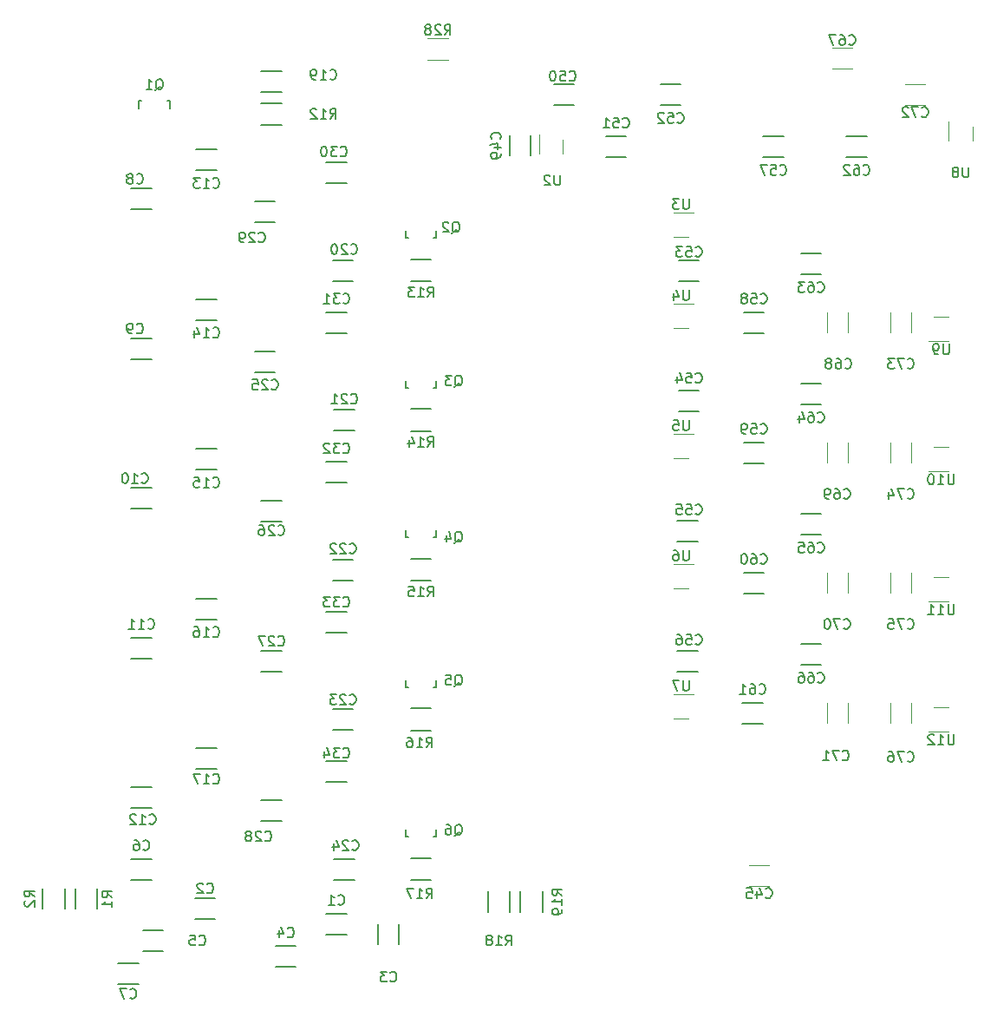
<source format=gbr>
G04 #@! TF.FileFunction,Legend,Bot*
%FSLAX46Y46*%
G04 Gerber Fmt 4.6, Leading zero omitted, Abs format (unit mm)*
G04 Created by KiCad (PCBNEW 4.0.7-e1-6374~58~ubuntu14.04.1) date Fri Aug  4 16:13:01 2017*
%MOMM*%
%LPD*%
G01*
G04 APERTURE LIST*
%ADD10C,0.100000*%
%ADD11C,0.150000*%
%ADD12C,0.120000*%
G04 APERTURE END LIST*
D10*
D11*
X157115000Y-149089000D02*
X159115000Y-149089000D01*
X159115000Y-151139000D02*
X157115000Y-151139000D01*
X146288000Y-149615000D02*
X144288000Y-149615000D01*
X144288000Y-147565000D02*
X146288000Y-147565000D01*
X162170000Y-152130000D02*
X162170000Y-150130000D01*
X164220000Y-150130000D02*
X164220000Y-152130000D01*
X152162000Y-152264000D02*
X154162000Y-152264000D01*
X154162000Y-154314000D02*
X152162000Y-154314000D01*
X139208000Y-150740000D02*
X141208000Y-150740000D01*
X141208000Y-152790000D02*
X139208000Y-152790000D01*
X138065000Y-143755000D02*
X140065000Y-143755000D01*
X140065000Y-145805000D02*
X138065000Y-145805000D01*
X136795000Y-153915000D02*
X138795000Y-153915000D01*
X138795000Y-155965000D02*
X136795000Y-155965000D01*
X138065000Y-78350000D02*
X140065000Y-78350000D01*
X140065000Y-80400000D02*
X138065000Y-80400000D01*
X138065000Y-92955000D02*
X140065000Y-92955000D01*
X140065000Y-95005000D02*
X138065000Y-95005000D01*
X138065000Y-107560000D02*
X140065000Y-107560000D01*
X140065000Y-109610000D02*
X138065000Y-109610000D01*
X138065000Y-122165000D02*
X140065000Y-122165000D01*
X140065000Y-124215000D02*
X138065000Y-124215000D01*
X138065000Y-136770000D02*
X140065000Y-136770000D01*
X140065000Y-138820000D02*
X138065000Y-138820000D01*
X146415000Y-76590000D02*
X144415000Y-76590000D01*
X144415000Y-74540000D02*
X146415000Y-74540000D01*
X146415000Y-91195000D02*
X144415000Y-91195000D01*
X144415000Y-89145000D02*
X146415000Y-89145000D01*
X146415000Y-105800000D02*
X144415000Y-105800000D01*
X144415000Y-103750000D02*
X146415000Y-103750000D01*
X146415000Y-120405000D02*
X144415000Y-120405000D01*
X144415000Y-118355000D02*
X146415000Y-118355000D01*
X146415000Y-135010000D02*
X144415000Y-135010000D01*
X144415000Y-132960000D02*
X146415000Y-132960000D01*
X152765000Y-68970000D02*
X150765000Y-68970000D01*
X150765000Y-66920000D02*
X152765000Y-66920000D01*
X159750000Y-87385000D02*
X157750000Y-87385000D01*
X157750000Y-85335000D02*
X159750000Y-85335000D01*
X159877000Y-101990000D02*
X157877000Y-101990000D01*
X157877000Y-99940000D02*
X159877000Y-99940000D01*
X159750000Y-116595000D02*
X157750000Y-116595000D01*
X157750000Y-114545000D02*
X159750000Y-114545000D01*
X159750000Y-131200000D02*
X157750000Y-131200000D01*
X157750000Y-129150000D02*
X159750000Y-129150000D01*
X159877000Y-145805000D02*
X157877000Y-145805000D01*
X157877000Y-143755000D02*
X159877000Y-143755000D01*
X152130000Y-96275000D02*
X150130000Y-96275000D01*
X150130000Y-94225000D02*
X152130000Y-94225000D01*
X152765000Y-110880000D02*
X150765000Y-110880000D01*
X150765000Y-108830000D02*
X152765000Y-108830000D01*
X152765000Y-125485000D02*
X150765000Y-125485000D01*
X150765000Y-123435000D02*
X152765000Y-123435000D01*
X152765000Y-140090000D02*
X150765000Y-140090000D01*
X150765000Y-138040000D02*
X152765000Y-138040000D01*
X152130000Y-81670000D02*
X150130000Y-81670000D01*
X150130000Y-79620000D02*
X152130000Y-79620000D01*
X157115000Y-75810000D02*
X159115000Y-75810000D01*
X159115000Y-77860000D02*
X157115000Y-77860000D01*
X157115000Y-90415000D02*
X159115000Y-90415000D01*
X159115000Y-92465000D02*
X157115000Y-92465000D01*
X157115000Y-105020000D02*
X159115000Y-105020000D01*
X159115000Y-107070000D02*
X157115000Y-107070000D01*
X157115000Y-119625000D02*
X159115000Y-119625000D01*
X159115000Y-121675000D02*
X157115000Y-121675000D01*
X157115000Y-134230000D02*
X159115000Y-134230000D01*
X159115000Y-136280000D02*
X157115000Y-136280000D01*
X174997000Y-75168000D02*
X174997000Y-73168000D01*
X177047000Y-73168000D02*
X177047000Y-75168000D01*
X181340000Y-70240000D02*
X179340000Y-70240000D01*
X179340000Y-68190000D02*
X181340000Y-68190000D01*
X184420000Y-73270000D02*
X186420000Y-73270000D01*
X186420000Y-75320000D02*
X184420000Y-75320000D01*
X191754000Y-70240000D02*
X189754000Y-70240000D01*
X189754000Y-68190000D02*
X191754000Y-68190000D01*
X193532000Y-87385000D02*
X191532000Y-87385000D01*
X191532000Y-85335000D02*
X193532000Y-85335000D01*
X193532000Y-100085000D02*
X191532000Y-100085000D01*
X191532000Y-98035000D02*
X193532000Y-98035000D01*
X193405000Y-112785000D02*
X191405000Y-112785000D01*
X191405000Y-110735000D02*
X193405000Y-110735000D01*
X193405000Y-125485000D02*
X191405000Y-125485000D01*
X191405000Y-123435000D02*
X193405000Y-123435000D01*
X201787000Y-75320000D02*
X199787000Y-75320000D01*
X199787000Y-73270000D02*
X201787000Y-73270000D01*
X197882000Y-90415000D02*
X199882000Y-90415000D01*
X199882000Y-92465000D02*
X197882000Y-92465000D01*
X197882000Y-103115000D02*
X199882000Y-103115000D01*
X199882000Y-105165000D02*
X197882000Y-105165000D01*
X197882000Y-115815000D02*
X199882000Y-115815000D01*
X199882000Y-117865000D02*
X197882000Y-117865000D01*
X197755000Y-128515000D02*
X199755000Y-128515000D01*
X199755000Y-130565000D02*
X197755000Y-130565000D01*
X209915000Y-75320000D02*
X207915000Y-75320000D01*
X207915000Y-73270000D02*
X209915000Y-73270000D01*
X205470000Y-86750000D02*
X203470000Y-86750000D01*
X203470000Y-84700000D02*
X205470000Y-84700000D01*
X205470000Y-99450000D02*
X203470000Y-99450000D01*
X203470000Y-97400000D02*
X205470000Y-97400000D01*
X205470000Y-112150000D02*
X203470000Y-112150000D01*
X203470000Y-110100000D02*
X205470000Y-110100000D01*
X205470000Y-124850000D02*
X203470000Y-124850000D01*
X203470000Y-122800000D02*
X205470000Y-122800000D01*
X139035840Y-69834760D02*
X139084100Y-69834760D01*
X141834820Y-70535800D02*
X141834820Y-69834760D01*
X141834820Y-69834760D02*
X141585900Y-69834760D01*
X139035840Y-69834760D02*
X138835180Y-69834760D01*
X138835180Y-69834760D02*
X138835180Y-70535800D01*
X167669160Y-83200240D02*
X167620900Y-83200240D01*
X164870180Y-82499200D02*
X164870180Y-83200240D01*
X164870180Y-83200240D02*
X165119100Y-83200240D01*
X167669160Y-83200240D02*
X167869820Y-83200240D01*
X167869820Y-83200240D02*
X167869820Y-82499200D01*
X167669160Y-97805240D02*
X167620900Y-97805240D01*
X164870180Y-97104200D02*
X164870180Y-97805240D01*
X164870180Y-97805240D02*
X165119100Y-97805240D01*
X167669160Y-97805240D02*
X167869820Y-97805240D01*
X167869820Y-97805240D02*
X167869820Y-97104200D01*
X167669160Y-112410240D02*
X167620900Y-112410240D01*
X164870180Y-111709200D02*
X164870180Y-112410240D01*
X164870180Y-112410240D02*
X165119100Y-112410240D01*
X167669160Y-112410240D02*
X167869820Y-112410240D01*
X167869820Y-112410240D02*
X167869820Y-111709200D01*
X167669160Y-127015240D02*
X167620900Y-127015240D01*
X164870180Y-126314200D02*
X164870180Y-127015240D01*
X164870180Y-127015240D02*
X165119100Y-127015240D01*
X167669160Y-127015240D02*
X167869820Y-127015240D01*
X167869820Y-127015240D02*
X167869820Y-126314200D01*
X167669160Y-141620240D02*
X167620900Y-141620240D01*
X164870180Y-140919200D02*
X164870180Y-141620240D01*
X164870180Y-141620240D02*
X165119100Y-141620240D01*
X167669160Y-141620240D02*
X167869820Y-141620240D01*
X167869820Y-141620240D02*
X167869820Y-140919200D01*
X134742500Y-148637500D02*
X134742500Y-146637500D01*
X132592500Y-146637500D02*
X132592500Y-148637500D01*
X131567500Y-148637500D02*
X131567500Y-146637500D01*
X129417500Y-146637500D02*
X129417500Y-148637500D01*
X150765000Y-72195000D02*
X152765000Y-72195000D01*
X152765000Y-70045000D02*
X150765000Y-70045000D01*
X165370000Y-87435000D02*
X167370000Y-87435000D01*
X167370000Y-85285000D02*
X165370000Y-85285000D01*
X165370000Y-102040000D02*
X167370000Y-102040000D01*
X167370000Y-99890000D02*
X165370000Y-99890000D01*
X165370000Y-116645000D02*
X167370000Y-116645000D01*
X167370000Y-114495000D02*
X165370000Y-114495000D01*
X165370000Y-131250000D02*
X167370000Y-131250000D01*
X167370000Y-129100000D02*
X165370000Y-129100000D01*
X165370000Y-145855000D02*
X167370000Y-145855000D01*
X167370000Y-143705000D02*
X165370000Y-143705000D01*
X175065000Y-148955000D02*
X175065000Y-146955000D01*
X172915000Y-146955000D02*
X172915000Y-148955000D01*
X178240000Y-148955000D02*
X178240000Y-146955000D01*
X176090000Y-146955000D02*
X176090000Y-148955000D01*
D12*
X206518000Y-64639000D02*
X208518000Y-64639000D01*
X208518000Y-66679000D02*
X206518000Y-66679000D01*
X208030000Y-90440000D02*
X208030000Y-92440000D01*
X205990000Y-92440000D02*
X205990000Y-90440000D01*
X208030000Y-103140000D02*
X208030000Y-105140000D01*
X205990000Y-105140000D02*
X205990000Y-103140000D01*
X208030000Y-115840000D02*
X208030000Y-117840000D01*
X205990000Y-117840000D02*
X205990000Y-115840000D01*
X208030000Y-128540000D02*
X208030000Y-130540000D01*
X205990000Y-130540000D02*
X205990000Y-128540000D01*
X215630000Y-70235000D02*
X213630000Y-70235000D01*
X213630000Y-68195000D02*
X215630000Y-68195000D01*
X167021000Y-65840000D02*
X169021000Y-65840000D01*
X169021000Y-63700000D02*
X167021000Y-63700000D01*
X177910000Y-74995000D02*
X177910000Y-73095000D01*
X180230000Y-73595000D02*
X180230000Y-74995000D01*
X191070000Y-80755000D02*
X192970000Y-80755000D01*
X192470000Y-83075000D02*
X191070000Y-83075000D01*
X191070000Y-89645000D02*
X192970000Y-89645000D01*
X192470000Y-91965000D02*
X191070000Y-91965000D01*
X191070000Y-102345000D02*
X192970000Y-102345000D01*
X192470000Y-104665000D02*
X191070000Y-104665000D01*
X191070000Y-115045000D02*
X192970000Y-115045000D01*
X192470000Y-117365000D02*
X191070000Y-117365000D01*
X191070000Y-127745000D02*
X192970000Y-127745000D01*
X192470000Y-130065000D02*
X191070000Y-130065000D01*
X217915000Y-73725000D02*
X217915000Y-71825000D01*
X220235000Y-72325000D02*
X220235000Y-73725000D01*
X217870000Y-93235000D02*
X215970000Y-93235000D01*
X216470000Y-90915000D02*
X217870000Y-90915000D01*
X217870000Y-105935000D02*
X215970000Y-105935000D01*
X216470000Y-103615000D02*
X217870000Y-103615000D01*
X217870000Y-118635000D02*
X215970000Y-118635000D01*
X216470000Y-116315000D02*
X217870000Y-116315000D01*
X217870000Y-131335000D02*
X215970000Y-131335000D01*
X216470000Y-129015000D02*
X217870000Y-129015000D01*
X212213000Y-92440000D02*
X212213000Y-90440000D01*
X214253000Y-90440000D02*
X214253000Y-92440000D01*
X212213000Y-105140000D02*
X212213000Y-103140000D01*
X214253000Y-103140000D02*
X214253000Y-105140000D01*
X212213000Y-117840000D02*
X212213000Y-115840000D01*
X214253000Y-115840000D02*
X214253000Y-117840000D01*
X212213000Y-130540000D02*
X212213000Y-128540000D01*
X214253000Y-128540000D02*
X214253000Y-130540000D01*
X200390000Y-146435000D02*
X198390000Y-146435000D01*
X198390000Y-144395000D02*
X200390000Y-144395000D01*
D11*
X158281666Y-148171143D02*
X158329285Y-148218762D01*
X158472142Y-148266381D01*
X158567380Y-148266381D01*
X158710238Y-148218762D01*
X158805476Y-148123524D01*
X158853095Y-148028286D01*
X158900714Y-147837810D01*
X158900714Y-147694952D01*
X158853095Y-147504476D01*
X158805476Y-147409238D01*
X158710238Y-147314000D01*
X158567380Y-147266381D01*
X158472142Y-147266381D01*
X158329285Y-147314000D01*
X158281666Y-147361619D01*
X157329285Y-148266381D02*
X157900714Y-148266381D01*
X157615000Y-148266381D02*
X157615000Y-147266381D01*
X157710238Y-147409238D01*
X157805476Y-147504476D01*
X157900714Y-147552095D01*
X145454666Y-147042143D02*
X145502285Y-147089762D01*
X145645142Y-147137381D01*
X145740380Y-147137381D01*
X145883238Y-147089762D01*
X145978476Y-146994524D01*
X146026095Y-146899286D01*
X146073714Y-146708810D01*
X146073714Y-146565952D01*
X146026095Y-146375476D01*
X145978476Y-146280238D01*
X145883238Y-146185000D01*
X145740380Y-146137381D01*
X145645142Y-146137381D01*
X145502285Y-146185000D01*
X145454666Y-146232619D01*
X145073714Y-146232619D02*
X145026095Y-146185000D01*
X144930857Y-146137381D01*
X144692761Y-146137381D01*
X144597523Y-146185000D01*
X144549904Y-146232619D01*
X144502285Y-146327857D01*
X144502285Y-146423095D01*
X144549904Y-146565952D01*
X145121333Y-147137381D01*
X144502285Y-147137381D01*
X163361666Y-155678143D02*
X163409285Y-155725762D01*
X163552142Y-155773381D01*
X163647380Y-155773381D01*
X163790238Y-155725762D01*
X163885476Y-155630524D01*
X163933095Y-155535286D01*
X163980714Y-155344810D01*
X163980714Y-155201952D01*
X163933095Y-155011476D01*
X163885476Y-154916238D01*
X163790238Y-154821000D01*
X163647380Y-154773381D01*
X163552142Y-154773381D01*
X163409285Y-154821000D01*
X163361666Y-154868619D01*
X163028333Y-154773381D02*
X162409285Y-154773381D01*
X162742619Y-155154333D01*
X162599761Y-155154333D01*
X162504523Y-155201952D01*
X162456904Y-155249571D01*
X162409285Y-155344810D01*
X162409285Y-155582905D01*
X162456904Y-155678143D01*
X162504523Y-155725762D01*
X162599761Y-155773381D01*
X162885476Y-155773381D01*
X162980714Y-155725762D01*
X163028333Y-155678143D01*
X153328666Y-151346143D02*
X153376285Y-151393762D01*
X153519142Y-151441381D01*
X153614380Y-151441381D01*
X153757238Y-151393762D01*
X153852476Y-151298524D01*
X153900095Y-151203286D01*
X153947714Y-151012810D01*
X153947714Y-150869952D01*
X153900095Y-150679476D01*
X153852476Y-150584238D01*
X153757238Y-150489000D01*
X153614380Y-150441381D01*
X153519142Y-150441381D01*
X153376285Y-150489000D01*
X153328666Y-150536619D01*
X152471523Y-150774714D02*
X152471523Y-151441381D01*
X152709619Y-150393762D02*
X152947714Y-151108048D01*
X152328666Y-151108048D01*
X144692666Y-152122143D02*
X144740285Y-152169762D01*
X144883142Y-152217381D01*
X144978380Y-152217381D01*
X145121238Y-152169762D01*
X145216476Y-152074524D01*
X145264095Y-151979286D01*
X145311714Y-151788810D01*
X145311714Y-151645952D01*
X145264095Y-151455476D01*
X145216476Y-151360238D01*
X145121238Y-151265000D01*
X144978380Y-151217381D01*
X144883142Y-151217381D01*
X144740285Y-151265000D01*
X144692666Y-151312619D01*
X143787904Y-151217381D02*
X144264095Y-151217381D01*
X144311714Y-151693571D01*
X144264095Y-151645952D01*
X144168857Y-151598333D01*
X143930761Y-151598333D01*
X143835523Y-151645952D01*
X143787904Y-151693571D01*
X143740285Y-151788810D01*
X143740285Y-152026905D01*
X143787904Y-152122143D01*
X143835523Y-152169762D01*
X143930761Y-152217381D01*
X144168857Y-152217381D01*
X144264095Y-152169762D01*
X144311714Y-152122143D01*
X139231666Y-142837143D02*
X139279285Y-142884762D01*
X139422142Y-142932381D01*
X139517380Y-142932381D01*
X139660238Y-142884762D01*
X139755476Y-142789524D01*
X139803095Y-142694286D01*
X139850714Y-142503810D01*
X139850714Y-142360952D01*
X139803095Y-142170476D01*
X139755476Y-142075238D01*
X139660238Y-141980000D01*
X139517380Y-141932381D01*
X139422142Y-141932381D01*
X139279285Y-141980000D01*
X139231666Y-142027619D01*
X138374523Y-141932381D02*
X138565000Y-141932381D01*
X138660238Y-141980000D01*
X138707857Y-142027619D01*
X138803095Y-142170476D01*
X138850714Y-142360952D01*
X138850714Y-142741905D01*
X138803095Y-142837143D01*
X138755476Y-142884762D01*
X138660238Y-142932381D01*
X138469761Y-142932381D01*
X138374523Y-142884762D01*
X138326904Y-142837143D01*
X138279285Y-142741905D01*
X138279285Y-142503810D01*
X138326904Y-142408571D01*
X138374523Y-142360952D01*
X138469761Y-142313333D01*
X138660238Y-142313333D01*
X138755476Y-142360952D01*
X138803095Y-142408571D01*
X138850714Y-142503810D01*
X137961666Y-157329143D02*
X138009285Y-157376762D01*
X138152142Y-157424381D01*
X138247380Y-157424381D01*
X138390238Y-157376762D01*
X138485476Y-157281524D01*
X138533095Y-157186286D01*
X138580714Y-156995810D01*
X138580714Y-156852952D01*
X138533095Y-156662476D01*
X138485476Y-156567238D01*
X138390238Y-156472000D01*
X138247380Y-156424381D01*
X138152142Y-156424381D01*
X138009285Y-156472000D01*
X137961666Y-156519619D01*
X137628333Y-156424381D02*
X136961666Y-156424381D01*
X137390238Y-157424381D01*
X138596666Y-77827143D02*
X138644285Y-77874762D01*
X138787142Y-77922381D01*
X138882380Y-77922381D01*
X139025238Y-77874762D01*
X139120476Y-77779524D01*
X139168095Y-77684286D01*
X139215714Y-77493810D01*
X139215714Y-77350952D01*
X139168095Y-77160476D01*
X139120476Y-77065238D01*
X139025238Y-76970000D01*
X138882380Y-76922381D01*
X138787142Y-76922381D01*
X138644285Y-76970000D01*
X138596666Y-77017619D01*
X138025238Y-77350952D02*
X138120476Y-77303333D01*
X138168095Y-77255714D01*
X138215714Y-77160476D01*
X138215714Y-77112857D01*
X138168095Y-77017619D01*
X138120476Y-76970000D01*
X138025238Y-76922381D01*
X137834761Y-76922381D01*
X137739523Y-76970000D01*
X137691904Y-77017619D01*
X137644285Y-77112857D01*
X137644285Y-77160476D01*
X137691904Y-77255714D01*
X137739523Y-77303333D01*
X137834761Y-77350952D01*
X138025238Y-77350952D01*
X138120476Y-77398571D01*
X138168095Y-77446190D01*
X138215714Y-77541429D01*
X138215714Y-77731905D01*
X138168095Y-77827143D01*
X138120476Y-77874762D01*
X138025238Y-77922381D01*
X137834761Y-77922381D01*
X137739523Y-77874762D01*
X137691904Y-77827143D01*
X137644285Y-77731905D01*
X137644285Y-77541429D01*
X137691904Y-77446190D01*
X137739523Y-77398571D01*
X137834761Y-77350952D01*
X138596666Y-92432143D02*
X138644285Y-92479762D01*
X138787142Y-92527381D01*
X138882380Y-92527381D01*
X139025238Y-92479762D01*
X139120476Y-92384524D01*
X139168095Y-92289286D01*
X139215714Y-92098810D01*
X139215714Y-91955952D01*
X139168095Y-91765476D01*
X139120476Y-91670238D01*
X139025238Y-91575000D01*
X138882380Y-91527381D01*
X138787142Y-91527381D01*
X138644285Y-91575000D01*
X138596666Y-91622619D01*
X138120476Y-92527381D02*
X137930000Y-92527381D01*
X137834761Y-92479762D01*
X137787142Y-92432143D01*
X137691904Y-92289286D01*
X137644285Y-92098810D01*
X137644285Y-91717857D01*
X137691904Y-91622619D01*
X137739523Y-91575000D01*
X137834761Y-91527381D01*
X138025238Y-91527381D01*
X138120476Y-91575000D01*
X138168095Y-91622619D01*
X138215714Y-91717857D01*
X138215714Y-91955952D01*
X138168095Y-92051190D01*
X138120476Y-92098810D01*
X138025238Y-92146429D01*
X137834761Y-92146429D01*
X137739523Y-92098810D01*
X137691904Y-92051190D01*
X137644285Y-91955952D01*
X139072857Y-107037143D02*
X139120476Y-107084762D01*
X139263333Y-107132381D01*
X139358571Y-107132381D01*
X139501429Y-107084762D01*
X139596667Y-106989524D01*
X139644286Y-106894286D01*
X139691905Y-106703810D01*
X139691905Y-106560952D01*
X139644286Y-106370476D01*
X139596667Y-106275238D01*
X139501429Y-106180000D01*
X139358571Y-106132381D01*
X139263333Y-106132381D01*
X139120476Y-106180000D01*
X139072857Y-106227619D01*
X138120476Y-107132381D02*
X138691905Y-107132381D01*
X138406191Y-107132381D02*
X138406191Y-106132381D01*
X138501429Y-106275238D01*
X138596667Y-106370476D01*
X138691905Y-106418095D01*
X137501429Y-106132381D02*
X137406190Y-106132381D01*
X137310952Y-106180000D01*
X137263333Y-106227619D01*
X137215714Y-106322857D01*
X137168095Y-106513333D01*
X137168095Y-106751429D01*
X137215714Y-106941905D01*
X137263333Y-107037143D01*
X137310952Y-107084762D01*
X137406190Y-107132381D01*
X137501429Y-107132381D01*
X137596667Y-107084762D01*
X137644286Y-107037143D01*
X137691905Y-106941905D01*
X137739524Y-106751429D01*
X137739524Y-106513333D01*
X137691905Y-106322857D01*
X137644286Y-106227619D01*
X137596667Y-106180000D01*
X137501429Y-106132381D01*
X139707857Y-121247143D02*
X139755476Y-121294762D01*
X139898333Y-121342381D01*
X139993571Y-121342381D01*
X140136429Y-121294762D01*
X140231667Y-121199524D01*
X140279286Y-121104286D01*
X140326905Y-120913810D01*
X140326905Y-120770952D01*
X140279286Y-120580476D01*
X140231667Y-120485238D01*
X140136429Y-120390000D01*
X139993571Y-120342381D01*
X139898333Y-120342381D01*
X139755476Y-120390000D01*
X139707857Y-120437619D01*
X138755476Y-121342381D02*
X139326905Y-121342381D01*
X139041191Y-121342381D02*
X139041191Y-120342381D01*
X139136429Y-120485238D01*
X139231667Y-120580476D01*
X139326905Y-120628095D01*
X137803095Y-121342381D02*
X138374524Y-121342381D01*
X138088810Y-121342381D02*
X138088810Y-120342381D01*
X138184048Y-120485238D01*
X138279286Y-120580476D01*
X138374524Y-120628095D01*
X139834857Y-140311143D02*
X139882476Y-140358762D01*
X140025333Y-140406381D01*
X140120571Y-140406381D01*
X140263429Y-140358762D01*
X140358667Y-140263524D01*
X140406286Y-140168286D01*
X140453905Y-139977810D01*
X140453905Y-139834952D01*
X140406286Y-139644476D01*
X140358667Y-139549238D01*
X140263429Y-139454000D01*
X140120571Y-139406381D01*
X140025333Y-139406381D01*
X139882476Y-139454000D01*
X139834857Y-139501619D01*
X138882476Y-140406381D02*
X139453905Y-140406381D01*
X139168191Y-140406381D02*
X139168191Y-139406381D01*
X139263429Y-139549238D01*
X139358667Y-139644476D01*
X139453905Y-139692095D01*
X138501524Y-139501619D02*
X138453905Y-139454000D01*
X138358667Y-139406381D01*
X138120571Y-139406381D01*
X138025333Y-139454000D01*
X137977714Y-139501619D01*
X137930095Y-139596857D01*
X137930095Y-139692095D01*
X137977714Y-139834952D01*
X138549143Y-140406381D01*
X137930095Y-140406381D01*
X146057857Y-78222143D02*
X146105476Y-78269762D01*
X146248333Y-78317381D01*
X146343571Y-78317381D01*
X146486429Y-78269762D01*
X146581667Y-78174524D01*
X146629286Y-78079286D01*
X146676905Y-77888810D01*
X146676905Y-77745952D01*
X146629286Y-77555476D01*
X146581667Y-77460238D01*
X146486429Y-77365000D01*
X146343571Y-77317381D01*
X146248333Y-77317381D01*
X146105476Y-77365000D01*
X146057857Y-77412619D01*
X145105476Y-78317381D02*
X145676905Y-78317381D01*
X145391191Y-78317381D02*
X145391191Y-77317381D01*
X145486429Y-77460238D01*
X145581667Y-77555476D01*
X145676905Y-77603095D01*
X144772143Y-77317381D02*
X144153095Y-77317381D01*
X144486429Y-77698333D01*
X144343571Y-77698333D01*
X144248333Y-77745952D01*
X144200714Y-77793571D01*
X144153095Y-77888810D01*
X144153095Y-78126905D01*
X144200714Y-78222143D01*
X144248333Y-78269762D01*
X144343571Y-78317381D01*
X144629286Y-78317381D01*
X144724524Y-78269762D01*
X144772143Y-78222143D01*
X146057857Y-92827143D02*
X146105476Y-92874762D01*
X146248333Y-92922381D01*
X146343571Y-92922381D01*
X146486429Y-92874762D01*
X146581667Y-92779524D01*
X146629286Y-92684286D01*
X146676905Y-92493810D01*
X146676905Y-92350952D01*
X146629286Y-92160476D01*
X146581667Y-92065238D01*
X146486429Y-91970000D01*
X146343571Y-91922381D01*
X146248333Y-91922381D01*
X146105476Y-91970000D01*
X146057857Y-92017619D01*
X145105476Y-92922381D02*
X145676905Y-92922381D01*
X145391191Y-92922381D02*
X145391191Y-91922381D01*
X145486429Y-92065238D01*
X145581667Y-92160476D01*
X145676905Y-92208095D01*
X144248333Y-92255714D02*
X144248333Y-92922381D01*
X144486429Y-91874762D02*
X144724524Y-92589048D01*
X144105476Y-92589048D01*
X146057857Y-107432143D02*
X146105476Y-107479762D01*
X146248333Y-107527381D01*
X146343571Y-107527381D01*
X146486429Y-107479762D01*
X146581667Y-107384524D01*
X146629286Y-107289286D01*
X146676905Y-107098810D01*
X146676905Y-106955952D01*
X146629286Y-106765476D01*
X146581667Y-106670238D01*
X146486429Y-106575000D01*
X146343571Y-106527381D01*
X146248333Y-106527381D01*
X146105476Y-106575000D01*
X146057857Y-106622619D01*
X145105476Y-107527381D02*
X145676905Y-107527381D01*
X145391191Y-107527381D02*
X145391191Y-106527381D01*
X145486429Y-106670238D01*
X145581667Y-106765476D01*
X145676905Y-106813095D01*
X144200714Y-106527381D02*
X144676905Y-106527381D01*
X144724524Y-107003571D01*
X144676905Y-106955952D01*
X144581667Y-106908333D01*
X144343571Y-106908333D01*
X144248333Y-106955952D01*
X144200714Y-107003571D01*
X144153095Y-107098810D01*
X144153095Y-107336905D01*
X144200714Y-107432143D01*
X144248333Y-107479762D01*
X144343571Y-107527381D01*
X144581667Y-107527381D01*
X144676905Y-107479762D01*
X144724524Y-107432143D01*
X146057857Y-122037143D02*
X146105476Y-122084762D01*
X146248333Y-122132381D01*
X146343571Y-122132381D01*
X146486429Y-122084762D01*
X146581667Y-121989524D01*
X146629286Y-121894286D01*
X146676905Y-121703810D01*
X146676905Y-121560952D01*
X146629286Y-121370476D01*
X146581667Y-121275238D01*
X146486429Y-121180000D01*
X146343571Y-121132381D01*
X146248333Y-121132381D01*
X146105476Y-121180000D01*
X146057857Y-121227619D01*
X145105476Y-122132381D02*
X145676905Y-122132381D01*
X145391191Y-122132381D02*
X145391191Y-121132381D01*
X145486429Y-121275238D01*
X145581667Y-121370476D01*
X145676905Y-121418095D01*
X144248333Y-121132381D02*
X144438810Y-121132381D01*
X144534048Y-121180000D01*
X144581667Y-121227619D01*
X144676905Y-121370476D01*
X144724524Y-121560952D01*
X144724524Y-121941905D01*
X144676905Y-122037143D01*
X144629286Y-122084762D01*
X144534048Y-122132381D01*
X144343571Y-122132381D01*
X144248333Y-122084762D01*
X144200714Y-122037143D01*
X144153095Y-121941905D01*
X144153095Y-121703810D01*
X144200714Y-121608571D01*
X144248333Y-121560952D01*
X144343571Y-121513333D01*
X144534048Y-121513333D01*
X144629286Y-121560952D01*
X144676905Y-121608571D01*
X144724524Y-121703810D01*
X146057857Y-136374143D02*
X146105476Y-136421762D01*
X146248333Y-136469381D01*
X146343571Y-136469381D01*
X146486429Y-136421762D01*
X146581667Y-136326524D01*
X146629286Y-136231286D01*
X146676905Y-136040810D01*
X146676905Y-135897952D01*
X146629286Y-135707476D01*
X146581667Y-135612238D01*
X146486429Y-135517000D01*
X146343571Y-135469381D01*
X146248333Y-135469381D01*
X146105476Y-135517000D01*
X146057857Y-135564619D01*
X145105476Y-136469381D02*
X145676905Y-136469381D01*
X145391191Y-136469381D02*
X145391191Y-135469381D01*
X145486429Y-135612238D01*
X145581667Y-135707476D01*
X145676905Y-135755095D01*
X144772143Y-135469381D02*
X144105476Y-135469381D01*
X144534048Y-136469381D01*
X157487857Y-67667143D02*
X157535476Y-67714762D01*
X157678333Y-67762381D01*
X157773571Y-67762381D01*
X157916429Y-67714762D01*
X158011667Y-67619524D01*
X158059286Y-67524286D01*
X158106905Y-67333810D01*
X158106905Y-67190952D01*
X158059286Y-67000476D01*
X158011667Y-66905238D01*
X157916429Y-66810000D01*
X157773571Y-66762381D01*
X157678333Y-66762381D01*
X157535476Y-66810000D01*
X157487857Y-66857619D01*
X156535476Y-67762381D02*
X157106905Y-67762381D01*
X156821191Y-67762381D02*
X156821191Y-66762381D01*
X156916429Y-66905238D01*
X157011667Y-67000476D01*
X157106905Y-67048095D01*
X156059286Y-67762381D02*
X155868810Y-67762381D01*
X155773571Y-67714762D01*
X155725952Y-67667143D01*
X155630714Y-67524286D01*
X155583095Y-67333810D01*
X155583095Y-66952857D01*
X155630714Y-66857619D01*
X155678333Y-66810000D01*
X155773571Y-66762381D01*
X155964048Y-66762381D01*
X156059286Y-66810000D01*
X156106905Y-66857619D01*
X156154524Y-66952857D01*
X156154524Y-67190952D01*
X156106905Y-67286190D01*
X156059286Y-67333810D01*
X155964048Y-67381429D01*
X155773571Y-67381429D01*
X155678333Y-67333810D01*
X155630714Y-67286190D01*
X155583095Y-67190952D01*
X159519857Y-84685143D02*
X159567476Y-84732762D01*
X159710333Y-84780381D01*
X159805571Y-84780381D01*
X159948429Y-84732762D01*
X160043667Y-84637524D01*
X160091286Y-84542286D01*
X160138905Y-84351810D01*
X160138905Y-84208952D01*
X160091286Y-84018476D01*
X160043667Y-83923238D01*
X159948429Y-83828000D01*
X159805571Y-83780381D01*
X159710333Y-83780381D01*
X159567476Y-83828000D01*
X159519857Y-83875619D01*
X159138905Y-83875619D02*
X159091286Y-83828000D01*
X158996048Y-83780381D01*
X158757952Y-83780381D01*
X158662714Y-83828000D01*
X158615095Y-83875619D01*
X158567476Y-83970857D01*
X158567476Y-84066095D01*
X158615095Y-84208952D01*
X159186524Y-84780381D01*
X158567476Y-84780381D01*
X157948429Y-83780381D02*
X157853190Y-83780381D01*
X157757952Y-83828000D01*
X157710333Y-83875619D01*
X157662714Y-83970857D01*
X157615095Y-84161333D01*
X157615095Y-84399429D01*
X157662714Y-84589905D01*
X157710333Y-84685143D01*
X157757952Y-84732762D01*
X157853190Y-84780381D01*
X157948429Y-84780381D01*
X158043667Y-84732762D01*
X158091286Y-84685143D01*
X158138905Y-84589905D01*
X158186524Y-84399429D01*
X158186524Y-84161333D01*
X158138905Y-83970857D01*
X158091286Y-83875619D01*
X158043667Y-83828000D01*
X157948429Y-83780381D01*
X159519857Y-99290143D02*
X159567476Y-99337762D01*
X159710333Y-99385381D01*
X159805571Y-99385381D01*
X159948429Y-99337762D01*
X160043667Y-99242524D01*
X160091286Y-99147286D01*
X160138905Y-98956810D01*
X160138905Y-98813952D01*
X160091286Y-98623476D01*
X160043667Y-98528238D01*
X159948429Y-98433000D01*
X159805571Y-98385381D01*
X159710333Y-98385381D01*
X159567476Y-98433000D01*
X159519857Y-98480619D01*
X159138905Y-98480619D02*
X159091286Y-98433000D01*
X158996048Y-98385381D01*
X158757952Y-98385381D01*
X158662714Y-98433000D01*
X158615095Y-98480619D01*
X158567476Y-98575857D01*
X158567476Y-98671095D01*
X158615095Y-98813952D01*
X159186524Y-99385381D01*
X158567476Y-99385381D01*
X157615095Y-99385381D02*
X158186524Y-99385381D01*
X157900810Y-99385381D02*
X157900810Y-98385381D01*
X157996048Y-98528238D01*
X158091286Y-98623476D01*
X158186524Y-98671095D01*
X159392857Y-113895143D02*
X159440476Y-113942762D01*
X159583333Y-113990381D01*
X159678571Y-113990381D01*
X159821429Y-113942762D01*
X159916667Y-113847524D01*
X159964286Y-113752286D01*
X160011905Y-113561810D01*
X160011905Y-113418952D01*
X159964286Y-113228476D01*
X159916667Y-113133238D01*
X159821429Y-113038000D01*
X159678571Y-112990381D01*
X159583333Y-112990381D01*
X159440476Y-113038000D01*
X159392857Y-113085619D01*
X159011905Y-113085619D02*
X158964286Y-113038000D01*
X158869048Y-112990381D01*
X158630952Y-112990381D01*
X158535714Y-113038000D01*
X158488095Y-113085619D01*
X158440476Y-113180857D01*
X158440476Y-113276095D01*
X158488095Y-113418952D01*
X159059524Y-113990381D01*
X158440476Y-113990381D01*
X158059524Y-113085619D02*
X158011905Y-113038000D01*
X157916667Y-112990381D01*
X157678571Y-112990381D01*
X157583333Y-113038000D01*
X157535714Y-113085619D01*
X157488095Y-113180857D01*
X157488095Y-113276095D01*
X157535714Y-113418952D01*
X158107143Y-113990381D01*
X157488095Y-113990381D01*
X159392857Y-128627143D02*
X159440476Y-128674762D01*
X159583333Y-128722381D01*
X159678571Y-128722381D01*
X159821429Y-128674762D01*
X159916667Y-128579524D01*
X159964286Y-128484286D01*
X160011905Y-128293810D01*
X160011905Y-128150952D01*
X159964286Y-127960476D01*
X159916667Y-127865238D01*
X159821429Y-127770000D01*
X159678571Y-127722381D01*
X159583333Y-127722381D01*
X159440476Y-127770000D01*
X159392857Y-127817619D01*
X159011905Y-127817619D02*
X158964286Y-127770000D01*
X158869048Y-127722381D01*
X158630952Y-127722381D01*
X158535714Y-127770000D01*
X158488095Y-127817619D01*
X158440476Y-127912857D01*
X158440476Y-128008095D01*
X158488095Y-128150952D01*
X159059524Y-128722381D01*
X158440476Y-128722381D01*
X158107143Y-127722381D02*
X157488095Y-127722381D01*
X157821429Y-128103333D01*
X157678571Y-128103333D01*
X157583333Y-128150952D01*
X157535714Y-128198571D01*
X157488095Y-128293810D01*
X157488095Y-128531905D01*
X157535714Y-128627143D01*
X157583333Y-128674762D01*
X157678571Y-128722381D01*
X157964286Y-128722381D01*
X158059524Y-128674762D01*
X158107143Y-128627143D01*
X159646857Y-142851143D02*
X159694476Y-142898762D01*
X159837333Y-142946381D01*
X159932571Y-142946381D01*
X160075429Y-142898762D01*
X160170667Y-142803524D01*
X160218286Y-142708286D01*
X160265905Y-142517810D01*
X160265905Y-142374952D01*
X160218286Y-142184476D01*
X160170667Y-142089238D01*
X160075429Y-141994000D01*
X159932571Y-141946381D01*
X159837333Y-141946381D01*
X159694476Y-141994000D01*
X159646857Y-142041619D01*
X159265905Y-142041619D02*
X159218286Y-141994000D01*
X159123048Y-141946381D01*
X158884952Y-141946381D01*
X158789714Y-141994000D01*
X158742095Y-142041619D01*
X158694476Y-142136857D01*
X158694476Y-142232095D01*
X158742095Y-142374952D01*
X159313524Y-142946381D01*
X158694476Y-142946381D01*
X157837333Y-142279714D02*
X157837333Y-142946381D01*
X158075429Y-141898762D02*
X158313524Y-142613048D01*
X157694476Y-142613048D01*
X151772857Y-97907143D02*
X151820476Y-97954762D01*
X151963333Y-98002381D01*
X152058571Y-98002381D01*
X152201429Y-97954762D01*
X152296667Y-97859524D01*
X152344286Y-97764286D01*
X152391905Y-97573810D01*
X152391905Y-97430952D01*
X152344286Y-97240476D01*
X152296667Y-97145238D01*
X152201429Y-97050000D01*
X152058571Y-97002381D01*
X151963333Y-97002381D01*
X151820476Y-97050000D01*
X151772857Y-97097619D01*
X151391905Y-97097619D02*
X151344286Y-97050000D01*
X151249048Y-97002381D01*
X151010952Y-97002381D01*
X150915714Y-97050000D01*
X150868095Y-97097619D01*
X150820476Y-97192857D01*
X150820476Y-97288095D01*
X150868095Y-97430952D01*
X151439524Y-98002381D01*
X150820476Y-98002381D01*
X149915714Y-97002381D02*
X150391905Y-97002381D01*
X150439524Y-97478571D01*
X150391905Y-97430952D01*
X150296667Y-97383333D01*
X150058571Y-97383333D01*
X149963333Y-97430952D01*
X149915714Y-97478571D01*
X149868095Y-97573810D01*
X149868095Y-97811905D01*
X149915714Y-97907143D01*
X149963333Y-97954762D01*
X150058571Y-98002381D01*
X150296667Y-98002381D01*
X150391905Y-97954762D01*
X150439524Y-97907143D01*
X152407857Y-112117143D02*
X152455476Y-112164762D01*
X152598333Y-112212381D01*
X152693571Y-112212381D01*
X152836429Y-112164762D01*
X152931667Y-112069524D01*
X152979286Y-111974286D01*
X153026905Y-111783810D01*
X153026905Y-111640952D01*
X152979286Y-111450476D01*
X152931667Y-111355238D01*
X152836429Y-111260000D01*
X152693571Y-111212381D01*
X152598333Y-111212381D01*
X152455476Y-111260000D01*
X152407857Y-111307619D01*
X152026905Y-111307619D02*
X151979286Y-111260000D01*
X151884048Y-111212381D01*
X151645952Y-111212381D01*
X151550714Y-111260000D01*
X151503095Y-111307619D01*
X151455476Y-111402857D01*
X151455476Y-111498095D01*
X151503095Y-111640952D01*
X152074524Y-112212381D01*
X151455476Y-112212381D01*
X150598333Y-111212381D02*
X150788810Y-111212381D01*
X150884048Y-111260000D01*
X150931667Y-111307619D01*
X151026905Y-111450476D01*
X151074524Y-111640952D01*
X151074524Y-112021905D01*
X151026905Y-112117143D01*
X150979286Y-112164762D01*
X150884048Y-112212381D01*
X150693571Y-112212381D01*
X150598333Y-112164762D01*
X150550714Y-112117143D01*
X150503095Y-112021905D01*
X150503095Y-111783810D01*
X150550714Y-111688571D01*
X150598333Y-111640952D01*
X150693571Y-111593333D01*
X150884048Y-111593333D01*
X150979286Y-111640952D01*
X151026905Y-111688571D01*
X151074524Y-111783810D01*
X152407857Y-122912143D02*
X152455476Y-122959762D01*
X152598333Y-123007381D01*
X152693571Y-123007381D01*
X152836429Y-122959762D01*
X152931667Y-122864524D01*
X152979286Y-122769286D01*
X153026905Y-122578810D01*
X153026905Y-122435952D01*
X152979286Y-122245476D01*
X152931667Y-122150238D01*
X152836429Y-122055000D01*
X152693571Y-122007381D01*
X152598333Y-122007381D01*
X152455476Y-122055000D01*
X152407857Y-122102619D01*
X152026905Y-122102619D02*
X151979286Y-122055000D01*
X151884048Y-122007381D01*
X151645952Y-122007381D01*
X151550714Y-122055000D01*
X151503095Y-122102619D01*
X151455476Y-122197857D01*
X151455476Y-122293095D01*
X151503095Y-122435952D01*
X152074524Y-123007381D01*
X151455476Y-123007381D01*
X151122143Y-122007381D02*
X150455476Y-122007381D01*
X150884048Y-123007381D01*
X151137857Y-141962143D02*
X151185476Y-142009762D01*
X151328333Y-142057381D01*
X151423571Y-142057381D01*
X151566429Y-142009762D01*
X151661667Y-141914524D01*
X151709286Y-141819286D01*
X151756905Y-141628810D01*
X151756905Y-141485952D01*
X151709286Y-141295476D01*
X151661667Y-141200238D01*
X151566429Y-141105000D01*
X151423571Y-141057381D01*
X151328333Y-141057381D01*
X151185476Y-141105000D01*
X151137857Y-141152619D01*
X150756905Y-141152619D02*
X150709286Y-141105000D01*
X150614048Y-141057381D01*
X150375952Y-141057381D01*
X150280714Y-141105000D01*
X150233095Y-141152619D01*
X150185476Y-141247857D01*
X150185476Y-141343095D01*
X150233095Y-141485952D01*
X150804524Y-142057381D01*
X150185476Y-142057381D01*
X149614048Y-141485952D02*
X149709286Y-141438333D01*
X149756905Y-141390714D01*
X149804524Y-141295476D01*
X149804524Y-141247857D01*
X149756905Y-141152619D01*
X149709286Y-141105000D01*
X149614048Y-141057381D01*
X149423571Y-141057381D01*
X149328333Y-141105000D01*
X149280714Y-141152619D01*
X149233095Y-141247857D01*
X149233095Y-141295476D01*
X149280714Y-141390714D01*
X149328333Y-141438333D01*
X149423571Y-141485952D01*
X149614048Y-141485952D01*
X149709286Y-141533571D01*
X149756905Y-141581190D01*
X149804524Y-141676429D01*
X149804524Y-141866905D01*
X149756905Y-141962143D01*
X149709286Y-142009762D01*
X149614048Y-142057381D01*
X149423571Y-142057381D01*
X149328333Y-142009762D01*
X149280714Y-141962143D01*
X149233095Y-141866905D01*
X149233095Y-141676429D01*
X149280714Y-141581190D01*
X149328333Y-141533571D01*
X149423571Y-141485952D01*
X150502857Y-83542143D02*
X150550476Y-83589762D01*
X150693333Y-83637381D01*
X150788571Y-83637381D01*
X150931429Y-83589762D01*
X151026667Y-83494524D01*
X151074286Y-83399286D01*
X151121905Y-83208810D01*
X151121905Y-83065952D01*
X151074286Y-82875476D01*
X151026667Y-82780238D01*
X150931429Y-82685000D01*
X150788571Y-82637381D01*
X150693333Y-82637381D01*
X150550476Y-82685000D01*
X150502857Y-82732619D01*
X150121905Y-82732619D02*
X150074286Y-82685000D01*
X149979048Y-82637381D01*
X149740952Y-82637381D01*
X149645714Y-82685000D01*
X149598095Y-82732619D01*
X149550476Y-82827857D01*
X149550476Y-82923095D01*
X149598095Y-83065952D01*
X150169524Y-83637381D01*
X149550476Y-83637381D01*
X149074286Y-83637381D02*
X148883810Y-83637381D01*
X148788571Y-83589762D01*
X148740952Y-83542143D01*
X148645714Y-83399286D01*
X148598095Y-83208810D01*
X148598095Y-82827857D01*
X148645714Y-82732619D01*
X148693333Y-82685000D01*
X148788571Y-82637381D01*
X148979048Y-82637381D01*
X149074286Y-82685000D01*
X149121905Y-82732619D01*
X149169524Y-82827857D01*
X149169524Y-83065952D01*
X149121905Y-83161190D01*
X149074286Y-83208810D01*
X148979048Y-83256429D01*
X148788571Y-83256429D01*
X148693333Y-83208810D01*
X148645714Y-83161190D01*
X148598095Y-83065952D01*
X158503857Y-75160143D02*
X158551476Y-75207762D01*
X158694333Y-75255381D01*
X158789571Y-75255381D01*
X158932429Y-75207762D01*
X159027667Y-75112524D01*
X159075286Y-75017286D01*
X159122905Y-74826810D01*
X159122905Y-74683952D01*
X159075286Y-74493476D01*
X159027667Y-74398238D01*
X158932429Y-74303000D01*
X158789571Y-74255381D01*
X158694333Y-74255381D01*
X158551476Y-74303000D01*
X158503857Y-74350619D01*
X158170524Y-74255381D02*
X157551476Y-74255381D01*
X157884810Y-74636333D01*
X157741952Y-74636333D01*
X157646714Y-74683952D01*
X157599095Y-74731571D01*
X157551476Y-74826810D01*
X157551476Y-75064905D01*
X157599095Y-75160143D01*
X157646714Y-75207762D01*
X157741952Y-75255381D01*
X158027667Y-75255381D01*
X158122905Y-75207762D01*
X158170524Y-75160143D01*
X156932429Y-74255381D02*
X156837190Y-74255381D01*
X156741952Y-74303000D01*
X156694333Y-74350619D01*
X156646714Y-74445857D01*
X156599095Y-74636333D01*
X156599095Y-74874429D01*
X156646714Y-75064905D01*
X156694333Y-75160143D01*
X156741952Y-75207762D01*
X156837190Y-75255381D01*
X156932429Y-75255381D01*
X157027667Y-75207762D01*
X157075286Y-75160143D01*
X157122905Y-75064905D01*
X157170524Y-74874429D01*
X157170524Y-74636333D01*
X157122905Y-74445857D01*
X157075286Y-74350619D01*
X157027667Y-74303000D01*
X156932429Y-74255381D01*
X158757857Y-89497143D02*
X158805476Y-89544762D01*
X158948333Y-89592381D01*
X159043571Y-89592381D01*
X159186429Y-89544762D01*
X159281667Y-89449524D01*
X159329286Y-89354286D01*
X159376905Y-89163810D01*
X159376905Y-89020952D01*
X159329286Y-88830476D01*
X159281667Y-88735238D01*
X159186429Y-88640000D01*
X159043571Y-88592381D01*
X158948333Y-88592381D01*
X158805476Y-88640000D01*
X158757857Y-88687619D01*
X158424524Y-88592381D02*
X157805476Y-88592381D01*
X158138810Y-88973333D01*
X157995952Y-88973333D01*
X157900714Y-89020952D01*
X157853095Y-89068571D01*
X157805476Y-89163810D01*
X157805476Y-89401905D01*
X157853095Y-89497143D01*
X157900714Y-89544762D01*
X157995952Y-89592381D01*
X158281667Y-89592381D01*
X158376905Y-89544762D01*
X158424524Y-89497143D01*
X156853095Y-89592381D02*
X157424524Y-89592381D01*
X157138810Y-89592381D02*
X157138810Y-88592381D01*
X157234048Y-88735238D01*
X157329286Y-88830476D01*
X157424524Y-88878095D01*
X158757857Y-104102143D02*
X158805476Y-104149762D01*
X158948333Y-104197381D01*
X159043571Y-104197381D01*
X159186429Y-104149762D01*
X159281667Y-104054524D01*
X159329286Y-103959286D01*
X159376905Y-103768810D01*
X159376905Y-103625952D01*
X159329286Y-103435476D01*
X159281667Y-103340238D01*
X159186429Y-103245000D01*
X159043571Y-103197381D01*
X158948333Y-103197381D01*
X158805476Y-103245000D01*
X158757857Y-103292619D01*
X158424524Y-103197381D02*
X157805476Y-103197381D01*
X158138810Y-103578333D01*
X157995952Y-103578333D01*
X157900714Y-103625952D01*
X157853095Y-103673571D01*
X157805476Y-103768810D01*
X157805476Y-104006905D01*
X157853095Y-104102143D01*
X157900714Y-104149762D01*
X157995952Y-104197381D01*
X158281667Y-104197381D01*
X158376905Y-104149762D01*
X158424524Y-104102143D01*
X157424524Y-103292619D02*
X157376905Y-103245000D01*
X157281667Y-103197381D01*
X157043571Y-103197381D01*
X156948333Y-103245000D01*
X156900714Y-103292619D01*
X156853095Y-103387857D01*
X156853095Y-103483095D01*
X156900714Y-103625952D01*
X157472143Y-104197381D01*
X156853095Y-104197381D01*
X158757857Y-119102143D02*
X158805476Y-119149762D01*
X158948333Y-119197381D01*
X159043571Y-119197381D01*
X159186429Y-119149762D01*
X159281667Y-119054524D01*
X159329286Y-118959286D01*
X159376905Y-118768810D01*
X159376905Y-118625952D01*
X159329286Y-118435476D01*
X159281667Y-118340238D01*
X159186429Y-118245000D01*
X159043571Y-118197381D01*
X158948333Y-118197381D01*
X158805476Y-118245000D01*
X158757857Y-118292619D01*
X158424524Y-118197381D02*
X157805476Y-118197381D01*
X158138810Y-118578333D01*
X157995952Y-118578333D01*
X157900714Y-118625952D01*
X157853095Y-118673571D01*
X157805476Y-118768810D01*
X157805476Y-119006905D01*
X157853095Y-119102143D01*
X157900714Y-119149762D01*
X157995952Y-119197381D01*
X158281667Y-119197381D01*
X158376905Y-119149762D01*
X158424524Y-119102143D01*
X157472143Y-118197381D02*
X156853095Y-118197381D01*
X157186429Y-118578333D01*
X157043571Y-118578333D01*
X156948333Y-118625952D01*
X156900714Y-118673571D01*
X156853095Y-118768810D01*
X156853095Y-119006905D01*
X156900714Y-119102143D01*
X156948333Y-119149762D01*
X157043571Y-119197381D01*
X157329286Y-119197381D01*
X157424524Y-119149762D01*
X157472143Y-119102143D01*
X158757857Y-133834143D02*
X158805476Y-133881762D01*
X158948333Y-133929381D01*
X159043571Y-133929381D01*
X159186429Y-133881762D01*
X159281667Y-133786524D01*
X159329286Y-133691286D01*
X159376905Y-133500810D01*
X159376905Y-133357952D01*
X159329286Y-133167476D01*
X159281667Y-133072238D01*
X159186429Y-132977000D01*
X159043571Y-132929381D01*
X158948333Y-132929381D01*
X158805476Y-132977000D01*
X158757857Y-133024619D01*
X158424524Y-132929381D02*
X157805476Y-132929381D01*
X158138810Y-133310333D01*
X157995952Y-133310333D01*
X157900714Y-133357952D01*
X157853095Y-133405571D01*
X157805476Y-133500810D01*
X157805476Y-133738905D01*
X157853095Y-133834143D01*
X157900714Y-133881762D01*
X157995952Y-133929381D01*
X158281667Y-133929381D01*
X158376905Y-133881762D01*
X158424524Y-133834143D01*
X156948333Y-133262714D02*
X156948333Y-133929381D01*
X157186429Y-132881762D02*
X157424524Y-133596048D01*
X156805476Y-133596048D01*
X174079143Y-73525143D02*
X174126762Y-73477524D01*
X174174381Y-73334667D01*
X174174381Y-73239429D01*
X174126762Y-73096571D01*
X174031524Y-73001333D01*
X173936286Y-72953714D01*
X173745810Y-72906095D01*
X173602952Y-72906095D01*
X173412476Y-72953714D01*
X173317238Y-73001333D01*
X173222000Y-73096571D01*
X173174381Y-73239429D01*
X173174381Y-73334667D01*
X173222000Y-73477524D01*
X173269619Y-73525143D01*
X173507714Y-74382286D02*
X174174381Y-74382286D01*
X173126762Y-74144190D02*
X173841048Y-73906095D01*
X173841048Y-74525143D01*
X174174381Y-74953714D02*
X174174381Y-75144190D01*
X174126762Y-75239429D01*
X174079143Y-75287048D01*
X173936286Y-75382286D01*
X173745810Y-75429905D01*
X173364857Y-75429905D01*
X173269619Y-75382286D01*
X173222000Y-75334667D01*
X173174381Y-75239429D01*
X173174381Y-75048952D01*
X173222000Y-74953714D01*
X173269619Y-74906095D01*
X173364857Y-74858476D01*
X173602952Y-74858476D01*
X173698190Y-74906095D01*
X173745810Y-74953714D01*
X173793429Y-75048952D01*
X173793429Y-75239429D01*
X173745810Y-75334667D01*
X173698190Y-75382286D01*
X173602952Y-75429905D01*
X180855857Y-67794143D02*
X180903476Y-67841762D01*
X181046333Y-67889381D01*
X181141571Y-67889381D01*
X181284429Y-67841762D01*
X181379667Y-67746524D01*
X181427286Y-67651286D01*
X181474905Y-67460810D01*
X181474905Y-67317952D01*
X181427286Y-67127476D01*
X181379667Y-67032238D01*
X181284429Y-66937000D01*
X181141571Y-66889381D01*
X181046333Y-66889381D01*
X180903476Y-66937000D01*
X180855857Y-66984619D01*
X179951095Y-66889381D02*
X180427286Y-66889381D01*
X180474905Y-67365571D01*
X180427286Y-67317952D01*
X180332048Y-67270333D01*
X180093952Y-67270333D01*
X179998714Y-67317952D01*
X179951095Y-67365571D01*
X179903476Y-67460810D01*
X179903476Y-67698905D01*
X179951095Y-67794143D01*
X179998714Y-67841762D01*
X180093952Y-67889381D01*
X180332048Y-67889381D01*
X180427286Y-67841762D01*
X180474905Y-67794143D01*
X179284429Y-66889381D02*
X179189190Y-66889381D01*
X179093952Y-66937000D01*
X179046333Y-66984619D01*
X178998714Y-67079857D01*
X178951095Y-67270333D01*
X178951095Y-67508429D01*
X178998714Y-67698905D01*
X179046333Y-67794143D01*
X179093952Y-67841762D01*
X179189190Y-67889381D01*
X179284429Y-67889381D01*
X179379667Y-67841762D01*
X179427286Y-67794143D01*
X179474905Y-67698905D01*
X179522524Y-67508429D01*
X179522524Y-67270333D01*
X179474905Y-67079857D01*
X179427286Y-66984619D01*
X179379667Y-66937000D01*
X179284429Y-66889381D01*
X186062857Y-72352143D02*
X186110476Y-72399762D01*
X186253333Y-72447381D01*
X186348571Y-72447381D01*
X186491429Y-72399762D01*
X186586667Y-72304524D01*
X186634286Y-72209286D01*
X186681905Y-72018810D01*
X186681905Y-71875952D01*
X186634286Y-71685476D01*
X186586667Y-71590238D01*
X186491429Y-71495000D01*
X186348571Y-71447381D01*
X186253333Y-71447381D01*
X186110476Y-71495000D01*
X186062857Y-71542619D01*
X185158095Y-71447381D02*
X185634286Y-71447381D01*
X185681905Y-71923571D01*
X185634286Y-71875952D01*
X185539048Y-71828333D01*
X185300952Y-71828333D01*
X185205714Y-71875952D01*
X185158095Y-71923571D01*
X185110476Y-72018810D01*
X185110476Y-72256905D01*
X185158095Y-72352143D01*
X185205714Y-72399762D01*
X185300952Y-72447381D01*
X185539048Y-72447381D01*
X185634286Y-72399762D01*
X185681905Y-72352143D01*
X184158095Y-72447381D02*
X184729524Y-72447381D01*
X184443810Y-72447381D02*
X184443810Y-71447381D01*
X184539048Y-71590238D01*
X184634286Y-71685476D01*
X184729524Y-71733095D01*
X191396857Y-71872143D02*
X191444476Y-71919762D01*
X191587333Y-71967381D01*
X191682571Y-71967381D01*
X191825429Y-71919762D01*
X191920667Y-71824524D01*
X191968286Y-71729286D01*
X192015905Y-71538810D01*
X192015905Y-71395952D01*
X191968286Y-71205476D01*
X191920667Y-71110238D01*
X191825429Y-71015000D01*
X191682571Y-70967381D01*
X191587333Y-70967381D01*
X191444476Y-71015000D01*
X191396857Y-71062619D01*
X190492095Y-70967381D02*
X190968286Y-70967381D01*
X191015905Y-71443571D01*
X190968286Y-71395952D01*
X190873048Y-71348333D01*
X190634952Y-71348333D01*
X190539714Y-71395952D01*
X190492095Y-71443571D01*
X190444476Y-71538810D01*
X190444476Y-71776905D01*
X190492095Y-71872143D01*
X190539714Y-71919762D01*
X190634952Y-71967381D01*
X190873048Y-71967381D01*
X190968286Y-71919762D01*
X191015905Y-71872143D01*
X190063524Y-71062619D02*
X190015905Y-71015000D01*
X189920667Y-70967381D01*
X189682571Y-70967381D01*
X189587333Y-71015000D01*
X189539714Y-71062619D01*
X189492095Y-71157857D01*
X189492095Y-71253095D01*
X189539714Y-71395952D01*
X190111143Y-71967381D01*
X189492095Y-71967381D01*
X193174857Y-84939143D02*
X193222476Y-84986762D01*
X193365333Y-85034381D01*
X193460571Y-85034381D01*
X193603429Y-84986762D01*
X193698667Y-84891524D01*
X193746286Y-84796286D01*
X193793905Y-84605810D01*
X193793905Y-84462952D01*
X193746286Y-84272476D01*
X193698667Y-84177238D01*
X193603429Y-84082000D01*
X193460571Y-84034381D01*
X193365333Y-84034381D01*
X193222476Y-84082000D01*
X193174857Y-84129619D01*
X192270095Y-84034381D02*
X192746286Y-84034381D01*
X192793905Y-84510571D01*
X192746286Y-84462952D01*
X192651048Y-84415333D01*
X192412952Y-84415333D01*
X192317714Y-84462952D01*
X192270095Y-84510571D01*
X192222476Y-84605810D01*
X192222476Y-84843905D01*
X192270095Y-84939143D01*
X192317714Y-84986762D01*
X192412952Y-85034381D01*
X192651048Y-85034381D01*
X192746286Y-84986762D01*
X192793905Y-84939143D01*
X191889143Y-84034381D02*
X191270095Y-84034381D01*
X191603429Y-84415333D01*
X191460571Y-84415333D01*
X191365333Y-84462952D01*
X191317714Y-84510571D01*
X191270095Y-84605810D01*
X191270095Y-84843905D01*
X191317714Y-84939143D01*
X191365333Y-84986762D01*
X191460571Y-85034381D01*
X191746286Y-85034381D01*
X191841524Y-84986762D01*
X191889143Y-84939143D01*
X193174857Y-97258143D02*
X193222476Y-97305762D01*
X193365333Y-97353381D01*
X193460571Y-97353381D01*
X193603429Y-97305762D01*
X193698667Y-97210524D01*
X193746286Y-97115286D01*
X193793905Y-96924810D01*
X193793905Y-96781952D01*
X193746286Y-96591476D01*
X193698667Y-96496238D01*
X193603429Y-96401000D01*
X193460571Y-96353381D01*
X193365333Y-96353381D01*
X193222476Y-96401000D01*
X193174857Y-96448619D01*
X192270095Y-96353381D02*
X192746286Y-96353381D01*
X192793905Y-96829571D01*
X192746286Y-96781952D01*
X192651048Y-96734333D01*
X192412952Y-96734333D01*
X192317714Y-96781952D01*
X192270095Y-96829571D01*
X192222476Y-96924810D01*
X192222476Y-97162905D01*
X192270095Y-97258143D01*
X192317714Y-97305762D01*
X192412952Y-97353381D01*
X192651048Y-97353381D01*
X192746286Y-97305762D01*
X192793905Y-97258143D01*
X191365333Y-96686714D02*
X191365333Y-97353381D01*
X191603429Y-96305762D02*
X191841524Y-97020048D01*
X191222476Y-97020048D01*
X193174857Y-110085143D02*
X193222476Y-110132762D01*
X193365333Y-110180381D01*
X193460571Y-110180381D01*
X193603429Y-110132762D01*
X193698667Y-110037524D01*
X193746286Y-109942286D01*
X193793905Y-109751810D01*
X193793905Y-109608952D01*
X193746286Y-109418476D01*
X193698667Y-109323238D01*
X193603429Y-109228000D01*
X193460571Y-109180381D01*
X193365333Y-109180381D01*
X193222476Y-109228000D01*
X193174857Y-109275619D01*
X192270095Y-109180381D02*
X192746286Y-109180381D01*
X192793905Y-109656571D01*
X192746286Y-109608952D01*
X192651048Y-109561333D01*
X192412952Y-109561333D01*
X192317714Y-109608952D01*
X192270095Y-109656571D01*
X192222476Y-109751810D01*
X192222476Y-109989905D01*
X192270095Y-110085143D01*
X192317714Y-110132762D01*
X192412952Y-110180381D01*
X192651048Y-110180381D01*
X192746286Y-110132762D01*
X192793905Y-110085143D01*
X191317714Y-109180381D02*
X191793905Y-109180381D01*
X191841524Y-109656571D01*
X191793905Y-109608952D01*
X191698667Y-109561333D01*
X191460571Y-109561333D01*
X191365333Y-109608952D01*
X191317714Y-109656571D01*
X191270095Y-109751810D01*
X191270095Y-109989905D01*
X191317714Y-110085143D01*
X191365333Y-110132762D01*
X191460571Y-110180381D01*
X191698667Y-110180381D01*
X191793905Y-110132762D01*
X191841524Y-110085143D01*
X193174857Y-122785143D02*
X193222476Y-122832762D01*
X193365333Y-122880381D01*
X193460571Y-122880381D01*
X193603429Y-122832762D01*
X193698667Y-122737524D01*
X193746286Y-122642286D01*
X193793905Y-122451810D01*
X193793905Y-122308952D01*
X193746286Y-122118476D01*
X193698667Y-122023238D01*
X193603429Y-121928000D01*
X193460571Y-121880381D01*
X193365333Y-121880381D01*
X193222476Y-121928000D01*
X193174857Y-121975619D01*
X192270095Y-121880381D02*
X192746286Y-121880381D01*
X192793905Y-122356571D01*
X192746286Y-122308952D01*
X192651048Y-122261333D01*
X192412952Y-122261333D01*
X192317714Y-122308952D01*
X192270095Y-122356571D01*
X192222476Y-122451810D01*
X192222476Y-122689905D01*
X192270095Y-122785143D01*
X192317714Y-122832762D01*
X192412952Y-122880381D01*
X192651048Y-122880381D01*
X192746286Y-122832762D01*
X192793905Y-122785143D01*
X191365333Y-121880381D02*
X191555810Y-121880381D01*
X191651048Y-121928000D01*
X191698667Y-121975619D01*
X191793905Y-122118476D01*
X191841524Y-122308952D01*
X191841524Y-122689905D01*
X191793905Y-122785143D01*
X191746286Y-122832762D01*
X191651048Y-122880381D01*
X191460571Y-122880381D01*
X191365333Y-122832762D01*
X191317714Y-122785143D01*
X191270095Y-122689905D01*
X191270095Y-122451810D01*
X191317714Y-122356571D01*
X191365333Y-122308952D01*
X191460571Y-122261333D01*
X191651048Y-122261333D01*
X191746286Y-122308952D01*
X191793905Y-122356571D01*
X191841524Y-122451810D01*
X201429857Y-76952143D02*
X201477476Y-76999762D01*
X201620333Y-77047381D01*
X201715571Y-77047381D01*
X201858429Y-76999762D01*
X201953667Y-76904524D01*
X202001286Y-76809286D01*
X202048905Y-76618810D01*
X202048905Y-76475952D01*
X202001286Y-76285476D01*
X201953667Y-76190238D01*
X201858429Y-76095000D01*
X201715571Y-76047381D01*
X201620333Y-76047381D01*
X201477476Y-76095000D01*
X201429857Y-76142619D01*
X200525095Y-76047381D02*
X201001286Y-76047381D01*
X201048905Y-76523571D01*
X201001286Y-76475952D01*
X200906048Y-76428333D01*
X200667952Y-76428333D01*
X200572714Y-76475952D01*
X200525095Y-76523571D01*
X200477476Y-76618810D01*
X200477476Y-76856905D01*
X200525095Y-76952143D01*
X200572714Y-76999762D01*
X200667952Y-77047381D01*
X200906048Y-77047381D01*
X201001286Y-76999762D01*
X201048905Y-76952143D01*
X200144143Y-76047381D02*
X199477476Y-76047381D01*
X199906048Y-77047381D01*
X199524857Y-89497143D02*
X199572476Y-89544762D01*
X199715333Y-89592381D01*
X199810571Y-89592381D01*
X199953429Y-89544762D01*
X200048667Y-89449524D01*
X200096286Y-89354286D01*
X200143905Y-89163810D01*
X200143905Y-89020952D01*
X200096286Y-88830476D01*
X200048667Y-88735238D01*
X199953429Y-88640000D01*
X199810571Y-88592381D01*
X199715333Y-88592381D01*
X199572476Y-88640000D01*
X199524857Y-88687619D01*
X198620095Y-88592381D02*
X199096286Y-88592381D01*
X199143905Y-89068571D01*
X199096286Y-89020952D01*
X199001048Y-88973333D01*
X198762952Y-88973333D01*
X198667714Y-89020952D01*
X198620095Y-89068571D01*
X198572476Y-89163810D01*
X198572476Y-89401905D01*
X198620095Y-89497143D01*
X198667714Y-89544762D01*
X198762952Y-89592381D01*
X199001048Y-89592381D01*
X199096286Y-89544762D01*
X199143905Y-89497143D01*
X198001048Y-89020952D02*
X198096286Y-88973333D01*
X198143905Y-88925714D01*
X198191524Y-88830476D01*
X198191524Y-88782857D01*
X198143905Y-88687619D01*
X198096286Y-88640000D01*
X198001048Y-88592381D01*
X197810571Y-88592381D01*
X197715333Y-88640000D01*
X197667714Y-88687619D01*
X197620095Y-88782857D01*
X197620095Y-88830476D01*
X197667714Y-88925714D01*
X197715333Y-88973333D01*
X197810571Y-89020952D01*
X198001048Y-89020952D01*
X198096286Y-89068571D01*
X198143905Y-89116190D01*
X198191524Y-89211429D01*
X198191524Y-89401905D01*
X198143905Y-89497143D01*
X198096286Y-89544762D01*
X198001048Y-89592381D01*
X197810571Y-89592381D01*
X197715333Y-89544762D01*
X197667714Y-89497143D01*
X197620095Y-89401905D01*
X197620095Y-89211429D01*
X197667714Y-89116190D01*
X197715333Y-89068571D01*
X197810571Y-89020952D01*
X199524857Y-102197143D02*
X199572476Y-102244762D01*
X199715333Y-102292381D01*
X199810571Y-102292381D01*
X199953429Y-102244762D01*
X200048667Y-102149524D01*
X200096286Y-102054286D01*
X200143905Y-101863810D01*
X200143905Y-101720952D01*
X200096286Y-101530476D01*
X200048667Y-101435238D01*
X199953429Y-101340000D01*
X199810571Y-101292381D01*
X199715333Y-101292381D01*
X199572476Y-101340000D01*
X199524857Y-101387619D01*
X198620095Y-101292381D02*
X199096286Y-101292381D01*
X199143905Y-101768571D01*
X199096286Y-101720952D01*
X199001048Y-101673333D01*
X198762952Y-101673333D01*
X198667714Y-101720952D01*
X198620095Y-101768571D01*
X198572476Y-101863810D01*
X198572476Y-102101905D01*
X198620095Y-102197143D01*
X198667714Y-102244762D01*
X198762952Y-102292381D01*
X199001048Y-102292381D01*
X199096286Y-102244762D01*
X199143905Y-102197143D01*
X198096286Y-102292381D02*
X197905810Y-102292381D01*
X197810571Y-102244762D01*
X197762952Y-102197143D01*
X197667714Y-102054286D01*
X197620095Y-101863810D01*
X197620095Y-101482857D01*
X197667714Y-101387619D01*
X197715333Y-101340000D01*
X197810571Y-101292381D01*
X198001048Y-101292381D01*
X198096286Y-101340000D01*
X198143905Y-101387619D01*
X198191524Y-101482857D01*
X198191524Y-101720952D01*
X198143905Y-101816190D01*
X198096286Y-101863810D01*
X198001048Y-101911429D01*
X197810571Y-101911429D01*
X197715333Y-101863810D01*
X197667714Y-101816190D01*
X197620095Y-101720952D01*
X199524857Y-114897143D02*
X199572476Y-114944762D01*
X199715333Y-114992381D01*
X199810571Y-114992381D01*
X199953429Y-114944762D01*
X200048667Y-114849524D01*
X200096286Y-114754286D01*
X200143905Y-114563810D01*
X200143905Y-114420952D01*
X200096286Y-114230476D01*
X200048667Y-114135238D01*
X199953429Y-114040000D01*
X199810571Y-113992381D01*
X199715333Y-113992381D01*
X199572476Y-114040000D01*
X199524857Y-114087619D01*
X198667714Y-113992381D02*
X198858191Y-113992381D01*
X198953429Y-114040000D01*
X199001048Y-114087619D01*
X199096286Y-114230476D01*
X199143905Y-114420952D01*
X199143905Y-114801905D01*
X199096286Y-114897143D01*
X199048667Y-114944762D01*
X198953429Y-114992381D01*
X198762952Y-114992381D01*
X198667714Y-114944762D01*
X198620095Y-114897143D01*
X198572476Y-114801905D01*
X198572476Y-114563810D01*
X198620095Y-114468571D01*
X198667714Y-114420952D01*
X198762952Y-114373333D01*
X198953429Y-114373333D01*
X199048667Y-114420952D01*
X199096286Y-114468571D01*
X199143905Y-114563810D01*
X197953429Y-113992381D02*
X197858190Y-113992381D01*
X197762952Y-114040000D01*
X197715333Y-114087619D01*
X197667714Y-114182857D01*
X197620095Y-114373333D01*
X197620095Y-114611429D01*
X197667714Y-114801905D01*
X197715333Y-114897143D01*
X197762952Y-114944762D01*
X197858190Y-114992381D01*
X197953429Y-114992381D01*
X198048667Y-114944762D01*
X198096286Y-114897143D01*
X198143905Y-114801905D01*
X198191524Y-114611429D01*
X198191524Y-114373333D01*
X198143905Y-114182857D01*
X198096286Y-114087619D01*
X198048667Y-114040000D01*
X197953429Y-113992381D01*
X199397857Y-127597143D02*
X199445476Y-127644762D01*
X199588333Y-127692381D01*
X199683571Y-127692381D01*
X199826429Y-127644762D01*
X199921667Y-127549524D01*
X199969286Y-127454286D01*
X200016905Y-127263810D01*
X200016905Y-127120952D01*
X199969286Y-126930476D01*
X199921667Y-126835238D01*
X199826429Y-126740000D01*
X199683571Y-126692381D01*
X199588333Y-126692381D01*
X199445476Y-126740000D01*
X199397857Y-126787619D01*
X198540714Y-126692381D02*
X198731191Y-126692381D01*
X198826429Y-126740000D01*
X198874048Y-126787619D01*
X198969286Y-126930476D01*
X199016905Y-127120952D01*
X199016905Y-127501905D01*
X198969286Y-127597143D01*
X198921667Y-127644762D01*
X198826429Y-127692381D01*
X198635952Y-127692381D01*
X198540714Y-127644762D01*
X198493095Y-127597143D01*
X198445476Y-127501905D01*
X198445476Y-127263810D01*
X198493095Y-127168571D01*
X198540714Y-127120952D01*
X198635952Y-127073333D01*
X198826429Y-127073333D01*
X198921667Y-127120952D01*
X198969286Y-127168571D01*
X199016905Y-127263810D01*
X197493095Y-127692381D02*
X198064524Y-127692381D01*
X197778810Y-127692381D02*
X197778810Y-126692381D01*
X197874048Y-126835238D01*
X197969286Y-126930476D01*
X198064524Y-126978095D01*
X209557857Y-76952143D02*
X209605476Y-76999762D01*
X209748333Y-77047381D01*
X209843571Y-77047381D01*
X209986429Y-76999762D01*
X210081667Y-76904524D01*
X210129286Y-76809286D01*
X210176905Y-76618810D01*
X210176905Y-76475952D01*
X210129286Y-76285476D01*
X210081667Y-76190238D01*
X209986429Y-76095000D01*
X209843571Y-76047381D01*
X209748333Y-76047381D01*
X209605476Y-76095000D01*
X209557857Y-76142619D01*
X208700714Y-76047381D02*
X208891191Y-76047381D01*
X208986429Y-76095000D01*
X209034048Y-76142619D01*
X209129286Y-76285476D01*
X209176905Y-76475952D01*
X209176905Y-76856905D01*
X209129286Y-76952143D01*
X209081667Y-76999762D01*
X208986429Y-77047381D01*
X208795952Y-77047381D01*
X208700714Y-76999762D01*
X208653095Y-76952143D01*
X208605476Y-76856905D01*
X208605476Y-76618810D01*
X208653095Y-76523571D01*
X208700714Y-76475952D01*
X208795952Y-76428333D01*
X208986429Y-76428333D01*
X209081667Y-76475952D01*
X209129286Y-76523571D01*
X209176905Y-76618810D01*
X208224524Y-76142619D02*
X208176905Y-76095000D01*
X208081667Y-76047381D01*
X207843571Y-76047381D01*
X207748333Y-76095000D01*
X207700714Y-76142619D01*
X207653095Y-76237857D01*
X207653095Y-76333095D01*
X207700714Y-76475952D01*
X208272143Y-77047381D01*
X207653095Y-77047381D01*
X205112857Y-88382143D02*
X205160476Y-88429762D01*
X205303333Y-88477381D01*
X205398571Y-88477381D01*
X205541429Y-88429762D01*
X205636667Y-88334524D01*
X205684286Y-88239286D01*
X205731905Y-88048810D01*
X205731905Y-87905952D01*
X205684286Y-87715476D01*
X205636667Y-87620238D01*
X205541429Y-87525000D01*
X205398571Y-87477381D01*
X205303333Y-87477381D01*
X205160476Y-87525000D01*
X205112857Y-87572619D01*
X204255714Y-87477381D02*
X204446191Y-87477381D01*
X204541429Y-87525000D01*
X204589048Y-87572619D01*
X204684286Y-87715476D01*
X204731905Y-87905952D01*
X204731905Y-88286905D01*
X204684286Y-88382143D01*
X204636667Y-88429762D01*
X204541429Y-88477381D01*
X204350952Y-88477381D01*
X204255714Y-88429762D01*
X204208095Y-88382143D01*
X204160476Y-88286905D01*
X204160476Y-88048810D01*
X204208095Y-87953571D01*
X204255714Y-87905952D01*
X204350952Y-87858333D01*
X204541429Y-87858333D01*
X204636667Y-87905952D01*
X204684286Y-87953571D01*
X204731905Y-88048810D01*
X203827143Y-87477381D02*
X203208095Y-87477381D01*
X203541429Y-87858333D01*
X203398571Y-87858333D01*
X203303333Y-87905952D01*
X203255714Y-87953571D01*
X203208095Y-88048810D01*
X203208095Y-88286905D01*
X203255714Y-88382143D01*
X203303333Y-88429762D01*
X203398571Y-88477381D01*
X203684286Y-88477381D01*
X203779524Y-88429762D01*
X203827143Y-88382143D01*
X205112857Y-101082143D02*
X205160476Y-101129762D01*
X205303333Y-101177381D01*
X205398571Y-101177381D01*
X205541429Y-101129762D01*
X205636667Y-101034524D01*
X205684286Y-100939286D01*
X205731905Y-100748810D01*
X205731905Y-100605952D01*
X205684286Y-100415476D01*
X205636667Y-100320238D01*
X205541429Y-100225000D01*
X205398571Y-100177381D01*
X205303333Y-100177381D01*
X205160476Y-100225000D01*
X205112857Y-100272619D01*
X204255714Y-100177381D02*
X204446191Y-100177381D01*
X204541429Y-100225000D01*
X204589048Y-100272619D01*
X204684286Y-100415476D01*
X204731905Y-100605952D01*
X204731905Y-100986905D01*
X204684286Y-101082143D01*
X204636667Y-101129762D01*
X204541429Y-101177381D01*
X204350952Y-101177381D01*
X204255714Y-101129762D01*
X204208095Y-101082143D01*
X204160476Y-100986905D01*
X204160476Y-100748810D01*
X204208095Y-100653571D01*
X204255714Y-100605952D01*
X204350952Y-100558333D01*
X204541429Y-100558333D01*
X204636667Y-100605952D01*
X204684286Y-100653571D01*
X204731905Y-100748810D01*
X203303333Y-100510714D02*
X203303333Y-101177381D01*
X203541429Y-100129762D02*
X203779524Y-100844048D01*
X203160476Y-100844048D01*
X205112857Y-113782143D02*
X205160476Y-113829762D01*
X205303333Y-113877381D01*
X205398571Y-113877381D01*
X205541429Y-113829762D01*
X205636667Y-113734524D01*
X205684286Y-113639286D01*
X205731905Y-113448810D01*
X205731905Y-113305952D01*
X205684286Y-113115476D01*
X205636667Y-113020238D01*
X205541429Y-112925000D01*
X205398571Y-112877381D01*
X205303333Y-112877381D01*
X205160476Y-112925000D01*
X205112857Y-112972619D01*
X204255714Y-112877381D02*
X204446191Y-112877381D01*
X204541429Y-112925000D01*
X204589048Y-112972619D01*
X204684286Y-113115476D01*
X204731905Y-113305952D01*
X204731905Y-113686905D01*
X204684286Y-113782143D01*
X204636667Y-113829762D01*
X204541429Y-113877381D01*
X204350952Y-113877381D01*
X204255714Y-113829762D01*
X204208095Y-113782143D01*
X204160476Y-113686905D01*
X204160476Y-113448810D01*
X204208095Y-113353571D01*
X204255714Y-113305952D01*
X204350952Y-113258333D01*
X204541429Y-113258333D01*
X204636667Y-113305952D01*
X204684286Y-113353571D01*
X204731905Y-113448810D01*
X203255714Y-112877381D02*
X203731905Y-112877381D01*
X203779524Y-113353571D01*
X203731905Y-113305952D01*
X203636667Y-113258333D01*
X203398571Y-113258333D01*
X203303333Y-113305952D01*
X203255714Y-113353571D01*
X203208095Y-113448810D01*
X203208095Y-113686905D01*
X203255714Y-113782143D01*
X203303333Y-113829762D01*
X203398571Y-113877381D01*
X203636667Y-113877381D01*
X203731905Y-113829762D01*
X203779524Y-113782143D01*
X205112857Y-126482143D02*
X205160476Y-126529762D01*
X205303333Y-126577381D01*
X205398571Y-126577381D01*
X205541429Y-126529762D01*
X205636667Y-126434524D01*
X205684286Y-126339286D01*
X205731905Y-126148810D01*
X205731905Y-126005952D01*
X205684286Y-125815476D01*
X205636667Y-125720238D01*
X205541429Y-125625000D01*
X205398571Y-125577381D01*
X205303333Y-125577381D01*
X205160476Y-125625000D01*
X205112857Y-125672619D01*
X204255714Y-125577381D02*
X204446191Y-125577381D01*
X204541429Y-125625000D01*
X204589048Y-125672619D01*
X204684286Y-125815476D01*
X204731905Y-126005952D01*
X204731905Y-126386905D01*
X204684286Y-126482143D01*
X204636667Y-126529762D01*
X204541429Y-126577381D01*
X204350952Y-126577381D01*
X204255714Y-126529762D01*
X204208095Y-126482143D01*
X204160476Y-126386905D01*
X204160476Y-126148810D01*
X204208095Y-126053571D01*
X204255714Y-126005952D01*
X204350952Y-125958333D01*
X204541429Y-125958333D01*
X204636667Y-126005952D01*
X204684286Y-126053571D01*
X204731905Y-126148810D01*
X203303333Y-125577381D02*
X203493810Y-125577381D01*
X203589048Y-125625000D01*
X203636667Y-125672619D01*
X203731905Y-125815476D01*
X203779524Y-126005952D01*
X203779524Y-126386905D01*
X203731905Y-126482143D01*
X203684286Y-126529762D01*
X203589048Y-126577381D01*
X203398571Y-126577381D01*
X203303333Y-126529762D01*
X203255714Y-126482143D01*
X203208095Y-126386905D01*
X203208095Y-126148810D01*
X203255714Y-126053571D01*
X203303333Y-126005952D01*
X203398571Y-125958333D01*
X203589048Y-125958333D01*
X203684286Y-126005952D01*
X203731905Y-126053571D01*
X203779524Y-126148810D01*
X140430238Y-68782619D02*
X140525476Y-68735000D01*
X140620714Y-68639762D01*
X140763571Y-68496905D01*
X140858810Y-68449286D01*
X140954048Y-68449286D01*
X140906429Y-68687381D02*
X141001667Y-68639762D01*
X141096905Y-68544524D01*
X141144524Y-68354048D01*
X141144524Y-68020714D01*
X141096905Y-67830238D01*
X141001667Y-67735000D01*
X140906429Y-67687381D01*
X140715952Y-67687381D01*
X140620714Y-67735000D01*
X140525476Y-67830238D01*
X140477857Y-68020714D01*
X140477857Y-68354048D01*
X140525476Y-68544524D01*
X140620714Y-68639762D01*
X140715952Y-68687381D01*
X140906429Y-68687381D01*
X139525476Y-68687381D02*
X140096905Y-68687381D01*
X139811191Y-68687381D02*
X139811191Y-67687381D01*
X139906429Y-67830238D01*
X140001667Y-67925476D01*
X140096905Y-67973095D01*
X169386238Y-82716619D02*
X169481476Y-82669000D01*
X169576714Y-82573762D01*
X169719571Y-82430905D01*
X169814810Y-82383286D01*
X169910048Y-82383286D01*
X169862429Y-82621381D02*
X169957667Y-82573762D01*
X170052905Y-82478524D01*
X170100524Y-82288048D01*
X170100524Y-81954714D01*
X170052905Y-81764238D01*
X169957667Y-81669000D01*
X169862429Y-81621381D01*
X169671952Y-81621381D01*
X169576714Y-81669000D01*
X169481476Y-81764238D01*
X169433857Y-81954714D01*
X169433857Y-82288048D01*
X169481476Y-82478524D01*
X169576714Y-82573762D01*
X169671952Y-82621381D01*
X169862429Y-82621381D01*
X169052905Y-81716619D02*
X169005286Y-81669000D01*
X168910048Y-81621381D01*
X168671952Y-81621381D01*
X168576714Y-81669000D01*
X168529095Y-81716619D01*
X168481476Y-81811857D01*
X168481476Y-81907095D01*
X168529095Y-82049952D01*
X169100524Y-82621381D01*
X168481476Y-82621381D01*
X169640238Y-97702619D02*
X169735476Y-97655000D01*
X169830714Y-97559762D01*
X169973571Y-97416905D01*
X170068810Y-97369286D01*
X170164048Y-97369286D01*
X170116429Y-97607381D02*
X170211667Y-97559762D01*
X170306905Y-97464524D01*
X170354524Y-97274048D01*
X170354524Y-96940714D01*
X170306905Y-96750238D01*
X170211667Y-96655000D01*
X170116429Y-96607381D01*
X169925952Y-96607381D01*
X169830714Y-96655000D01*
X169735476Y-96750238D01*
X169687857Y-96940714D01*
X169687857Y-97274048D01*
X169735476Y-97464524D01*
X169830714Y-97559762D01*
X169925952Y-97607381D01*
X170116429Y-97607381D01*
X169354524Y-96607381D02*
X168735476Y-96607381D01*
X169068810Y-96988333D01*
X168925952Y-96988333D01*
X168830714Y-97035952D01*
X168783095Y-97083571D01*
X168735476Y-97178810D01*
X168735476Y-97416905D01*
X168783095Y-97512143D01*
X168830714Y-97559762D01*
X168925952Y-97607381D01*
X169211667Y-97607381D01*
X169306905Y-97559762D01*
X169354524Y-97512143D01*
X169640238Y-112942619D02*
X169735476Y-112895000D01*
X169830714Y-112799762D01*
X169973571Y-112656905D01*
X170068810Y-112609286D01*
X170164048Y-112609286D01*
X170116429Y-112847381D02*
X170211667Y-112799762D01*
X170306905Y-112704524D01*
X170354524Y-112514048D01*
X170354524Y-112180714D01*
X170306905Y-111990238D01*
X170211667Y-111895000D01*
X170116429Y-111847381D01*
X169925952Y-111847381D01*
X169830714Y-111895000D01*
X169735476Y-111990238D01*
X169687857Y-112180714D01*
X169687857Y-112514048D01*
X169735476Y-112704524D01*
X169830714Y-112799762D01*
X169925952Y-112847381D01*
X170116429Y-112847381D01*
X168830714Y-112180714D02*
X168830714Y-112847381D01*
X169068810Y-111799762D02*
X169306905Y-112514048D01*
X168687857Y-112514048D01*
X169640238Y-126912619D02*
X169735476Y-126865000D01*
X169830714Y-126769762D01*
X169973571Y-126626905D01*
X170068810Y-126579286D01*
X170164048Y-126579286D01*
X170116429Y-126817381D02*
X170211667Y-126769762D01*
X170306905Y-126674524D01*
X170354524Y-126484048D01*
X170354524Y-126150714D01*
X170306905Y-125960238D01*
X170211667Y-125865000D01*
X170116429Y-125817381D01*
X169925952Y-125817381D01*
X169830714Y-125865000D01*
X169735476Y-125960238D01*
X169687857Y-126150714D01*
X169687857Y-126484048D01*
X169735476Y-126674524D01*
X169830714Y-126769762D01*
X169925952Y-126817381D01*
X170116429Y-126817381D01*
X168783095Y-125817381D02*
X169259286Y-125817381D01*
X169306905Y-126293571D01*
X169259286Y-126245952D01*
X169164048Y-126198333D01*
X168925952Y-126198333D01*
X168830714Y-126245952D01*
X168783095Y-126293571D01*
X168735476Y-126388810D01*
X168735476Y-126626905D01*
X168783095Y-126722143D01*
X168830714Y-126769762D01*
X168925952Y-126817381D01*
X169164048Y-126817381D01*
X169259286Y-126769762D01*
X169306905Y-126722143D01*
X169640238Y-141517619D02*
X169735476Y-141470000D01*
X169830714Y-141374762D01*
X169973571Y-141231905D01*
X170068810Y-141184286D01*
X170164048Y-141184286D01*
X170116429Y-141422381D02*
X170211667Y-141374762D01*
X170306905Y-141279524D01*
X170354524Y-141089048D01*
X170354524Y-140755714D01*
X170306905Y-140565238D01*
X170211667Y-140470000D01*
X170116429Y-140422381D01*
X169925952Y-140422381D01*
X169830714Y-140470000D01*
X169735476Y-140565238D01*
X169687857Y-140755714D01*
X169687857Y-141089048D01*
X169735476Y-141279524D01*
X169830714Y-141374762D01*
X169925952Y-141422381D01*
X170116429Y-141422381D01*
X168830714Y-140422381D02*
X169021191Y-140422381D01*
X169116429Y-140470000D01*
X169164048Y-140517619D01*
X169259286Y-140660476D01*
X169306905Y-140850952D01*
X169306905Y-141231905D01*
X169259286Y-141327143D01*
X169211667Y-141374762D01*
X169116429Y-141422381D01*
X168925952Y-141422381D01*
X168830714Y-141374762D01*
X168783095Y-141327143D01*
X168735476Y-141231905D01*
X168735476Y-140993810D01*
X168783095Y-140898571D01*
X168830714Y-140850952D01*
X168925952Y-140803333D01*
X169116429Y-140803333D01*
X169211667Y-140850952D01*
X169259286Y-140898571D01*
X169306905Y-140993810D01*
X136215381Y-147534334D02*
X135739190Y-147201000D01*
X136215381Y-146962905D02*
X135215381Y-146962905D01*
X135215381Y-147343858D01*
X135263000Y-147439096D01*
X135310619Y-147486715D01*
X135405857Y-147534334D01*
X135548714Y-147534334D01*
X135643952Y-147486715D01*
X135691571Y-147439096D01*
X135739190Y-147343858D01*
X135739190Y-146962905D01*
X136215381Y-148486715D02*
X136215381Y-147915286D01*
X136215381Y-148201000D02*
X135215381Y-148201000D01*
X135358238Y-148105762D01*
X135453476Y-148010524D01*
X135501095Y-147915286D01*
X128644881Y-147470834D02*
X128168690Y-147137500D01*
X128644881Y-146899405D02*
X127644881Y-146899405D01*
X127644881Y-147280358D01*
X127692500Y-147375596D01*
X127740119Y-147423215D01*
X127835357Y-147470834D01*
X127978214Y-147470834D01*
X128073452Y-147423215D01*
X128121071Y-147375596D01*
X128168690Y-147280358D01*
X128168690Y-146899405D01*
X127740119Y-147851786D02*
X127692500Y-147899405D01*
X127644881Y-147994643D01*
X127644881Y-148232739D01*
X127692500Y-148327977D01*
X127740119Y-148375596D01*
X127835357Y-148423215D01*
X127930595Y-148423215D01*
X128073452Y-148375596D01*
X128644881Y-147804167D01*
X128644881Y-148423215D01*
X157487857Y-71572381D02*
X157821191Y-71096190D01*
X158059286Y-71572381D02*
X158059286Y-70572381D01*
X157678333Y-70572381D01*
X157583095Y-70620000D01*
X157535476Y-70667619D01*
X157487857Y-70762857D01*
X157487857Y-70905714D01*
X157535476Y-71000952D01*
X157583095Y-71048571D01*
X157678333Y-71096190D01*
X158059286Y-71096190D01*
X156535476Y-71572381D02*
X157106905Y-71572381D01*
X156821191Y-71572381D02*
X156821191Y-70572381D01*
X156916429Y-70715238D01*
X157011667Y-70810476D01*
X157106905Y-70858095D01*
X156154524Y-70667619D02*
X156106905Y-70620000D01*
X156011667Y-70572381D01*
X155773571Y-70572381D01*
X155678333Y-70620000D01*
X155630714Y-70667619D01*
X155583095Y-70762857D01*
X155583095Y-70858095D01*
X155630714Y-71000952D01*
X156202143Y-71572381D01*
X155583095Y-71572381D01*
X167012857Y-88971381D02*
X167346191Y-88495190D01*
X167584286Y-88971381D02*
X167584286Y-87971381D01*
X167203333Y-87971381D01*
X167108095Y-88019000D01*
X167060476Y-88066619D01*
X167012857Y-88161857D01*
X167012857Y-88304714D01*
X167060476Y-88399952D01*
X167108095Y-88447571D01*
X167203333Y-88495190D01*
X167584286Y-88495190D01*
X166060476Y-88971381D02*
X166631905Y-88971381D01*
X166346191Y-88971381D02*
X166346191Y-87971381D01*
X166441429Y-88114238D01*
X166536667Y-88209476D01*
X166631905Y-88257095D01*
X165727143Y-87971381D02*
X165108095Y-87971381D01*
X165441429Y-88352333D01*
X165298571Y-88352333D01*
X165203333Y-88399952D01*
X165155714Y-88447571D01*
X165108095Y-88542810D01*
X165108095Y-88780905D01*
X165155714Y-88876143D01*
X165203333Y-88923762D01*
X165298571Y-88971381D01*
X165584286Y-88971381D01*
X165679524Y-88923762D01*
X165727143Y-88876143D01*
X167012857Y-103576381D02*
X167346191Y-103100190D01*
X167584286Y-103576381D02*
X167584286Y-102576381D01*
X167203333Y-102576381D01*
X167108095Y-102624000D01*
X167060476Y-102671619D01*
X167012857Y-102766857D01*
X167012857Y-102909714D01*
X167060476Y-103004952D01*
X167108095Y-103052571D01*
X167203333Y-103100190D01*
X167584286Y-103100190D01*
X166060476Y-103576381D02*
X166631905Y-103576381D01*
X166346191Y-103576381D02*
X166346191Y-102576381D01*
X166441429Y-102719238D01*
X166536667Y-102814476D01*
X166631905Y-102862095D01*
X165203333Y-102909714D02*
X165203333Y-103576381D01*
X165441429Y-102528762D02*
X165679524Y-103243048D01*
X165060476Y-103243048D01*
X167012857Y-118181381D02*
X167346191Y-117705190D01*
X167584286Y-118181381D02*
X167584286Y-117181381D01*
X167203333Y-117181381D01*
X167108095Y-117229000D01*
X167060476Y-117276619D01*
X167012857Y-117371857D01*
X167012857Y-117514714D01*
X167060476Y-117609952D01*
X167108095Y-117657571D01*
X167203333Y-117705190D01*
X167584286Y-117705190D01*
X166060476Y-118181381D02*
X166631905Y-118181381D01*
X166346191Y-118181381D02*
X166346191Y-117181381D01*
X166441429Y-117324238D01*
X166536667Y-117419476D01*
X166631905Y-117467095D01*
X165155714Y-117181381D02*
X165631905Y-117181381D01*
X165679524Y-117657571D01*
X165631905Y-117609952D01*
X165536667Y-117562333D01*
X165298571Y-117562333D01*
X165203333Y-117609952D01*
X165155714Y-117657571D01*
X165108095Y-117752810D01*
X165108095Y-117990905D01*
X165155714Y-118086143D01*
X165203333Y-118133762D01*
X165298571Y-118181381D01*
X165536667Y-118181381D01*
X165631905Y-118133762D01*
X165679524Y-118086143D01*
X166885857Y-132913381D02*
X167219191Y-132437190D01*
X167457286Y-132913381D02*
X167457286Y-131913381D01*
X167076333Y-131913381D01*
X166981095Y-131961000D01*
X166933476Y-132008619D01*
X166885857Y-132103857D01*
X166885857Y-132246714D01*
X166933476Y-132341952D01*
X166981095Y-132389571D01*
X167076333Y-132437190D01*
X167457286Y-132437190D01*
X165933476Y-132913381D02*
X166504905Y-132913381D01*
X166219191Y-132913381D02*
X166219191Y-131913381D01*
X166314429Y-132056238D01*
X166409667Y-132151476D01*
X166504905Y-132199095D01*
X165076333Y-131913381D02*
X165266810Y-131913381D01*
X165362048Y-131961000D01*
X165409667Y-132008619D01*
X165504905Y-132151476D01*
X165552524Y-132341952D01*
X165552524Y-132722905D01*
X165504905Y-132818143D01*
X165457286Y-132865762D01*
X165362048Y-132913381D01*
X165171571Y-132913381D01*
X165076333Y-132865762D01*
X165028714Y-132818143D01*
X164981095Y-132722905D01*
X164981095Y-132484810D01*
X165028714Y-132389571D01*
X165076333Y-132341952D01*
X165171571Y-132294333D01*
X165362048Y-132294333D01*
X165457286Y-132341952D01*
X165504905Y-132389571D01*
X165552524Y-132484810D01*
X166885857Y-147645381D02*
X167219191Y-147169190D01*
X167457286Y-147645381D02*
X167457286Y-146645381D01*
X167076333Y-146645381D01*
X166981095Y-146693000D01*
X166933476Y-146740619D01*
X166885857Y-146835857D01*
X166885857Y-146978714D01*
X166933476Y-147073952D01*
X166981095Y-147121571D01*
X167076333Y-147169190D01*
X167457286Y-147169190D01*
X165933476Y-147645381D02*
X166504905Y-147645381D01*
X166219191Y-147645381D02*
X166219191Y-146645381D01*
X166314429Y-146788238D01*
X166409667Y-146883476D01*
X166504905Y-146931095D01*
X165600143Y-146645381D02*
X164933476Y-146645381D01*
X165362048Y-147645381D01*
X174632857Y-152217381D02*
X174966191Y-151741190D01*
X175204286Y-152217381D02*
X175204286Y-151217381D01*
X174823333Y-151217381D01*
X174728095Y-151265000D01*
X174680476Y-151312619D01*
X174632857Y-151407857D01*
X174632857Y-151550714D01*
X174680476Y-151645952D01*
X174728095Y-151693571D01*
X174823333Y-151741190D01*
X175204286Y-151741190D01*
X173680476Y-152217381D02*
X174251905Y-152217381D01*
X173966191Y-152217381D02*
X173966191Y-151217381D01*
X174061429Y-151360238D01*
X174156667Y-151455476D01*
X174251905Y-151503095D01*
X173109048Y-151645952D02*
X173204286Y-151598333D01*
X173251905Y-151550714D01*
X173299524Y-151455476D01*
X173299524Y-151407857D01*
X173251905Y-151312619D01*
X173204286Y-151265000D01*
X173109048Y-151217381D01*
X172918571Y-151217381D01*
X172823333Y-151265000D01*
X172775714Y-151312619D01*
X172728095Y-151407857D01*
X172728095Y-151455476D01*
X172775714Y-151550714D01*
X172823333Y-151598333D01*
X172918571Y-151645952D01*
X173109048Y-151645952D01*
X173204286Y-151693571D01*
X173251905Y-151741190D01*
X173299524Y-151836429D01*
X173299524Y-152026905D01*
X173251905Y-152122143D01*
X173204286Y-152169762D01*
X173109048Y-152217381D01*
X172918571Y-152217381D01*
X172823333Y-152169762D01*
X172775714Y-152122143D01*
X172728095Y-152026905D01*
X172728095Y-151836429D01*
X172775714Y-151741190D01*
X172823333Y-151693571D01*
X172918571Y-151645952D01*
X180157381Y-147312143D02*
X179681190Y-146978809D01*
X180157381Y-146740714D02*
X179157381Y-146740714D01*
X179157381Y-147121667D01*
X179205000Y-147216905D01*
X179252619Y-147264524D01*
X179347857Y-147312143D01*
X179490714Y-147312143D01*
X179585952Y-147264524D01*
X179633571Y-147216905D01*
X179681190Y-147121667D01*
X179681190Y-146740714D01*
X180157381Y-148264524D02*
X180157381Y-147693095D01*
X180157381Y-147978809D02*
X179157381Y-147978809D01*
X179300238Y-147883571D01*
X179395476Y-147788333D01*
X179443095Y-147693095D01*
X180157381Y-148740714D02*
X180157381Y-148931190D01*
X180109762Y-149026429D01*
X180062143Y-149074048D01*
X179919286Y-149169286D01*
X179728810Y-149216905D01*
X179347857Y-149216905D01*
X179252619Y-149169286D01*
X179205000Y-149121667D01*
X179157381Y-149026429D01*
X179157381Y-148835952D01*
X179205000Y-148740714D01*
X179252619Y-148693095D01*
X179347857Y-148645476D01*
X179585952Y-148645476D01*
X179681190Y-148693095D01*
X179728810Y-148740714D01*
X179776429Y-148835952D01*
X179776429Y-149026429D01*
X179728810Y-149121667D01*
X179681190Y-149169286D01*
X179585952Y-149216905D01*
X208160857Y-64266143D02*
X208208476Y-64313762D01*
X208351333Y-64361381D01*
X208446571Y-64361381D01*
X208589429Y-64313762D01*
X208684667Y-64218524D01*
X208732286Y-64123286D01*
X208779905Y-63932810D01*
X208779905Y-63789952D01*
X208732286Y-63599476D01*
X208684667Y-63504238D01*
X208589429Y-63409000D01*
X208446571Y-63361381D01*
X208351333Y-63361381D01*
X208208476Y-63409000D01*
X208160857Y-63456619D01*
X207303714Y-63361381D02*
X207494191Y-63361381D01*
X207589429Y-63409000D01*
X207637048Y-63456619D01*
X207732286Y-63599476D01*
X207779905Y-63789952D01*
X207779905Y-64170905D01*
X207732286Y-64266143D01*
X207684667Y-64313762D01*
X207589429Y-64361381D01*
X207398952Y-64361381D01*
X207303714Y-64313762D01*
X207256095Y-64266143D01*
X207208476Y-64170905D01*
X207208476Y-63932810D01*
X207256095Y-63837571D01*
X207303714Y-63789952D01*
X207398952Y-63742333D01*
X207589429Y-63742333D01*
X207684667Y-63789952D01*
X207732286Y-63837571D01*
X207779905Y-63932810D01*
X206875143Y-63361381D02*
X206208476Y-63361381D01*
X206637048Y-64361381D01*
X207779857Y-95861143D02*
X207827476Y-95908762D01*
X207970333Y-95956381D01*
X208065571Y-95956381D01*
X208208429Y-95908762D01*
X208303667Y-95813524D01*
X208351286Y-95718286D01*
X208398905Y-95527810D01*
X208398905Y-95384952D01*
X208351286Y-95194476D01*
X208303667Y-95099238D01*
X208208429Y-95004000D01*
X208065571Y-94956381D01*
X207970333Y-94956381D01*
X207827476Y-95004000D01*
X207779857Y-95051619D01*
X206922714Y-94956381D02*
X207113191Y-94956381D01*
X207208429Y-95004000D01*
X207256048Y-95051619D01*
X207351286Y-95194476D01*
X207398905Y-95384952D01*
X207398905Y-95765905D01*
X207351286Y-95861143D01*
X207303667Y-95908762D01*
X207208429Y-95956381D01*
X207017952Y-95956381D01*
X206922714Y-95908762D01*
X206875095Y-95861143D01*
X206827476Y-95765905D01*
X206827476Y-95527810D01*
X206875095Y-95432571D01*
X206922714Y-95384952D01*
X207017952Y-95337333D01*
X207208429Y-95337333D01*
X207303667Y-95384952D01*
X207351286Y-95432571D01*
X207398905Y-95527810D01*
X206256048Y-95384952D02*
X206351286Y-95337333D01*
X206398905Y-95289714D01*
X206446524Y-95194476D01*
X206446524Y-95146857D01*
X206398905Y-95051619D01*
X206351286Y-95004000D01*
X206256048Y-94956381D01*
X206065571Y-94956381D01*
X205970333Y-95004000D01*
X205922714Y-95051619D01*
X205875095Y-95146857D01*
X205875095Y-95194476D01*
X205922714Y-95289714D01*
X205970333Y-95337333D01*
X206065571Y-95384952D01*
X206256048Y-95384952D01*
X206351286Y-95432571D01*
X206398905Y-95480190D01*
X206446524Y-95575429D01*
X206446524Y-95765905D01*
X206398905Y-95861143D01*
X206351286Y-95908762D01*
X206256048Y-95956381D01*
X206065571Y-95956381D01*
X205970333Y-95908762D01*
X205922714Y-95861143D01*
X205875095Y-95765905D01*
X205875095Y-95575429D01*
X205922714Y-95480190D01*
X205970333Y-95432571D01*
X206065571Y-95384952D01*
X207652857Y-108561143D02*
X207700476Y-108608762D01*
X207843333Y-108656381D01*
X207938571Y-108656381D01*
X208081429Y-108608762D01*
X208176667Y-108513524D01*
X208224286Y-108418286D01*
X208271905Y-108227810D01*
X208271905Y-108084952D01*
X208224286Y-107894476D01*
X208176667Y-107799238D01*
X208081429Y-107704000D01*
X207938571Y-107656381D01*
X207843333Y-107656381D01*
X207700476Y-107704000D01*
X207652857Y-107751619D01*
X206795714Y-107656381D02*
X206986191Y-107656381D01*
X207081429Y-107704000D01*
X207129048Y-107751619D01*
X207224286Y-107894476D01*
X207271905Y-108084952D01*
X207271905Y-108465905D01*
X207224286Y-108561143D01*
X207176667Y-108608762D01*
X207081429Y-108656381D01*
X206890952Y-108656381D01*
X206795714Y-108608762D01*
X206748095Y-108561143D01*
X206700476Y-108465905D01*
X206700476Y-108227810D01*
X206748095Y-108132571D01*
X206795714Y-108084952D01*
X206890952Y-108037333D01*
X207081429Y-108037333D01*
X207176667Y-108084952D01*
X207224286Y-108132571D01*
X207271905Y-108227810D01*
X206224286Y-108656381D02*
X206033810Y-108656381D01*
X205938571Y-108608762D01*
X205890952Y-108561143D01*
X205795714Y-108418286D01*
X205748095Y-108227810D01*
X205748095Y-107846857D01*
X205795714Y-107751619D01*
X205843333Y-107704000D01*
X205938571Y-107656381D01*
X206129048Y-107656381D01*
X206224286Y-107704000D01*
X206271905Y-107751619D01*
X206319524Y-107846857D01*
X206319524Y-108084952D01*
X206271905Y-108180190D01*
X206224286Y-108227810D01*
X206129048Y-108275429D01*
X205938571Y-108275429D01*
X205843333Y-108227810D01*
X205795714Y-108180190D01*
X205748095Y-108084952D01*
X207652857Y-121261143D02*
X207700476Y-121308762D01*
X207843333Y-121356381D01*
X207938571Y-121356381D01*
X208081429Y-121308762D01*
X208176667Y-121213524D01*
X208224286Y-121118286D01*
X208271905Y-120927810D01*
X208271905Y-120784952D01*
X208224286Y-120594476D01*
X208176667Y-120499238D01*
X208081429Y-120404000D01*
X207938571Y-120356381D01*
X207843333Y-120356381D01*
X207700476Y-120404000D01*
X207652857Y-120451619D01*
X207319524Y-120356381D02*
X206652857Y-120356381D01*
X207081429Y-121356381D01*
X206081429Y-120356381D02*
X205986190Y-120356381D01*
X205890952Y-120404000D01*
X205843333Y-120451619D01*
X205795714Y-120546857D01*
X205748095Y-120737333D01*
X205748095Y-120975429D01*
X205795714Y-121165905D01*
X205843333Y-121261143D01*
X205890952Y-121308762D01*
X205986190Y-121356381D01*
X206081429Y-121356381D01*
X206176667Y-121308762D01*
X206224286Y-121261143D01*
X206271905Y-121165905D01*
X206319524Y-120975429D01*
X206319524Y-120737333D01*
X206271905Y-120546857D01*
X206224286Y-120451619D01*
X206176667Y-120404000D01*
X206081429Y-120356381D01*
X207525857Y-134088143D02*
X207573476Y-134135762D01*
X207716333Y-134183381D01*
X207811571Y-134183381D01*
X207954429Y-134135762D01*
X208049667Y-134040524D01*
X208097286Y-133945286D01*
X208144905Y-133754810D01*
X208144905Y-133611952D01*
X208097286Y-133421476D01*
X208049667Y-133326238D01*
X207954429Y-133231000D01*
X207811571Y-133183381D01*
X207716333Y-133183381D01*
X207573476Y-133231000D01*
X207525857Y-133278619D01*
X207192524Y-133183381D02*
X206525857Y-133183381D01*
X206954429Y-134183381D01*
X205621095Y-134183381D02*
X206192524Y-134183381D01*
X205906810Y-134183381D02*
X205906810Y-133183381D01*
X206002048Y-133326238D01*
X206097286Y-133421476D01*
X206192524Y-133469095D01*
X215272857Y-71322143D02*
X215320476Y-71369762D01*
X215463333Y-71417381D01*
X215558571Y-71417381D01*
X215701429Y-71369762D01*
X215796667Y-71274524D01*
X215844286Y-71179286D01*
X215891905Y-70988810D01*
X215891905Y-70845952D01*
X215844286Y-70655476D01*
X215796667Y-70560238D01*
X215701429Y-70465000D01*
X215558571Y-70417381D01*
X215463333Y-70417381D01*
X215320476Y-70465000D01*
X215272857Y-70512619D01*
X214939524Y-70417381D02*
X214272857Y-70417381D01*
X214701429Y-71417381D01*
X213939524Y-70512619D02*
X213891905Y-70465000D01*
X213796667Y-70417381D01*
X213558571Y-70417381D01*
X213463333Y-70465000D01*
X213415714Y-70512619D01*
X213368095Y-70607857D01*
X213368095Y-70703095D01*
X213415714Y-70845952D01*
X213987143Y-71417381D01*
X213368095Y-71417381D01*
X168663857Y-63372381D02*
X168997191Y-62896190D01*
X169235286Y-63372381D02*
X169235286Y-62372381D01*
X168854333Y-62372381D01*
X168759095Y-62420000D01*
X168711476Y-62467619D01*
X168663857Y-62562857D01*
X168663857Y-62705714D01*
X168711476Y-62800952D01*
X168759095Y-62848571D01*
X168854333Y-62896190D01*
X169235286Y-62896190D01*
X168282905Y-62467619D02*
X168235286Y-62420000D01*
X168140048Y-62372381D01*
X167901952Y-62372381D01*
X167806714Y-62420000D01*
X167759095Y-62467619D01*
X167711476Y-62562857D01*
X167711476Y-62658095D01*
X167759095Y-62800952D01*
X168330524Y-63372381D01*
X167711476Y-63372381D01*
X167140048Y-62800952D02*
X167235286Y-62753333D01*
X167282905Y-62705714D01*
X167330524Y-62610476D01*
X167330524Y-62562857D01*
X167282905Y-62467619D01*
X167235286Y-62420000D01*
X167140048Y-62372381D01*
X166949571Y-62372381D01*
X166854333Y-62420000D01*
X166806714Y-62467619D01*
X166759095Y-62562857D01*
X166759095Y-62610476D01*
X166806714Y-62705714D01*
X166854333Y-62753333D01*
X166949571Y-62800952D01*
X167140048Y-62800952D01*
X167235286Y-62848571D01*
X167282905Y-62896190D01*
X167330524Y-62991429D01*
X167330524Y-63181905D01*
X167282905Y-63277143D01*
X167235286Y-63324762D01*
X167140048Y-63372381D01*
X166949571Y-63372381D01*
X166854333Y-63324762D01*
X166806714Y-63277143D01*
X166759095Y-63181905D01*
X166759095Y-62991429D01*
X166806714Y-62896190D01*
X166854333Y-62848571D01*
X166949571Y-62800952D01*
X179958905Y-77049381D02*
X179958905Y-77858905D01*
X179911286Y-77954143D01*
X179863667Y-78001762D01*
X179768429Y-78049381D01*
X179577952Y-78049381D01*
X179482714Y-78001762D01*
X179435095Y-77954143D01*
X179387476Y-77858905D01*
X179387476Y-77049381D01*
X178958905Y-77144619D02*
X178911286Y-77097000D01*
X178816048Y-77049381D01*
X178577952Y-77049381D01*
X178482714Y-77097000D01*
X178435095Y-77144619D01*
X178387476Y-77239857D01*
X178387476Y-77335095D01*
X178435095Y-77477952D01*
X179006524Y-78049381D01*
X178387476Y-78049381D01*
X192531905Y-79367381D02*
X192531905Y-80176905D01*
X192484286Y-80272143D01*
X192436667Y-80319762D01*
X192341429Y-80367381D01*
X192150952Y-80367381D01*
X192055714Y-80319762D01*
X192008095Y-80272143D01*
X191960476Y-80176905D01*
X191960476Y-79367381D01*
X191579524Y-79367381D02*
X190960476Y-79367381D01*
X191293810Y-79748333D01*
X191150952Y-79748333D01*
X191055714Y-79795952D01*
X191008095Y-79843571D01*
X190960476Y-79938810D01*
X190960476Y-80176905D01*
X191008095Y-80272143D01*
X191055714Y-80319762D01*
X191150952Y-80367381D01*
X191436667Y-80367381D01*
X191531905Y-80319762D01*
X191579524Y-80272143D01*
X192531905Y-88257381D02*
X192531905Y-89066905D01*
X192484286Y-89162143D01*
X192436667Y-89209762D01*
X192341429Y-89257381D01*
X192150952Y-89257381D01*
X192055714Y-89209762D01*
X192008095Y-89162143D01*
X191960476Y-89066905D01*
X191960476Y-88257381D01*
X191055714Y-88590714D02*
X191055714Y-89257381D01*
X191293810Y-88209762D02*
X191531905Y-88924048D01*
X190912857Y-88924048D01*
X192531905Y-100957381D02*
X192531905Y-101766905D01*
X192484286Y-101862143D01*
X192436667Y-101909762D01*
X192341429Y-101957381D01*
X192150952Y-101957381D01*
X192055714Y-101909762D01*
X192008095Y-101862143D01*
X191960476Y-101766905D01*
X191960476Y-100957381D01*
X191008095Y-100957381D02*
X191484286Y-100957381D01*
X191531905Y-101433571D01*
X191484286Y-101385952D01*
X191389048Y-101338333D01*
X191150952Y-101338333D01*
X191055714Y-101385952D01*
X191008095Y-101433571D01*
X190960476Y-101528810D01*
X190960476Y-101766905D01*
X191008095Y-101862143D01*
X191055714Y-101909762D01*
X191150952Y-101957381D01*
X191389048Y-101957381D01*
X191484286Y-101909762D01*
X191531905Y-101862143D01*
X192531905Y-113657381D02*
X192531905Y-114466905D01*
X192484286Y-114562143D01*
X192436667Y-114609762D01*
X192341429Y-114657381D01*
X192150952Y-114657381D01*
X192055714Y-114609762D01*
X192008095Y-114562143D01*
X191960476Y-114466905D01*
X191960476Y-113657381D01*
X191055714Y-113657381D02*
X191246191Y-113657381D01*
X191341429Y-113705000D01*
X191389048Y-113752619D01*
X191484286Y-113895476D01*
X191531905Y-114085952D01*
X191531905Y-114466905D01*
X191484286Y-114562143D01*
X191436667Y-114609762D01*
X191341429Y-114657381D01*
X191150952Y-114657381D01*
X191055714Y-114609762D01*
X191008095Y-114562143D01*
X190960476Y-114466905D01*
X190960476Y-114228810D01*
X191008095Y-114133571D01*
X191055714Y-114085952D01*
X191150952Y-114038333D01*
X191341429Y-114038333D01*
X191436667Y-114085952D01*
X191484286Y-114133571D01*
X191531905Y-114228810D01*
X192531905Y-126357381D02*
X192531905Y-127166905D01*
X192484286Y-127262143D01*
X192436667Y-127309762D01*
X192341429Y-127357381D01*
X192150952Y-127357381D01*
X192055714Y-127309762D01*
X192008095Y-127262143D01*
X191960476Y-127166905D01*
X191960476Y-126357381D01*
X191579524Y-126357381D02*
X190912857Y-126357381D01*
X191341429Y-127357381D01*
X219836905Y-76287381D02*
X219836905Y-77096905D01*
X219789286Y-77192143D01*
X219741667Y-77239762D01*
X219646429Y-77287381D01*
X219455952Y-77287381D01*
X219360714Y-77239762D01*
X219313095Y-77192143D01*
X219265476Y-77096905D01*
X219265476Y-76287381D01*
X218646429Y-76715952D02*
X218741667Y-76668333D01*
X218789286Y-76620714D01*
X218836905Y-76525476D01*
X218836905Y-76477857D01*
X218789286Y-76382619D01*
X218741667Y-76335000D01*
X218646429Y-76287381D01*
X218455952Y-76287381D01*
X218360714Y-76335000D01*
X218313095Y-76382619D01*
X218265476Y-76477857D01*
X218265476Y-76525476D01*
X218313095Y-76620714D01*
X218360714Y-76668333D01*
X218455952Y-76715952D01*
X218646429Y-76715952D01*
X218741667Y-76763571D01*
X218789286Y-76811190D01*
X218836905Y-76906429D01*
X218836905Y-77096905D01*
X218789286Y-77192143D01*
X218741667Y-77239762D01*
X218646429Y-77287381D01*
X218455952Y-77287381D01*
X218360714Y-77239762D01*
X218313095Y-77192143D01*
X218265476Y-77096905D01*
X218265476Y-76906429D01*
X218313095Y-76811190D01*
X218360714Y-76763571D01*
X218455952Y-76715952D01*
X217931905Y-93527381D02*
X217931905Y-94336905D01*
X217884286Y-94432143D01*
X217836667Y-94479762D01*
X217741429Y-94527381D01*
X217550952Y-94527381D01*
X217455714Y-94479762D01*
X217408095Y-94432143D01*
X217360476Y-94336905D01*
X217360476Y-93527381D01*
X216836667Y-94527381D02*
X216646191Y-94527381D01*
X216550952Y-94479762D01*
X216503333Y-94432143D01*
X216408095Y-94289286D01*
X216360476Y-94098810D01*
X216360476Y-93717857D01*
X216408095Y-93622619D01*
X216455714Y-93575000D01*
X216550952Y-93527381D01*
X216741429Y-93527381D01*
X216836667Y-93575000D01*
X216884286Y-93622619D01*
X216931905Y-93717857D01*
X216931905Y-93955952D01*
X216884286Y-94051190D01*
X216836667Y-94098810D01*
X216741429Y-94146429D01*
X216550952Y-94146429D01*
X216455714Y-94098810D01*
X216408095Y-94051190D01*
X216360476Y-93955952D01*
X218408095Y-106227381D02*
X218408095Y-107036905D01*
X218360476Y-107132143D01*
X218312857Y-107179762D01*
X218217619Y-107227381D01*
X218027142Y-107227381D01*
X217931904Y-107179762D01*
X217884285Y-107132143D01*
X217836666Y-107036905D01*
X217836666Y-106227381D01*
X216836666Y-107227381D02*
X217408095Y-107227381D01*
X217122381Y-107227381D02*
X217122381Y-106227381D01*
X217217619Y-106370238D01*
X217312857Y-106465476D01*
X217408095Y-106513095D01*
X216217619Y-106227381D02*
X216122380Y-106227381D01*
X216027142Y-106275000D01*
X215979523Y-106322619D01*
X215931904Y-106417857D01*
X215884285Y-106608333D01*
X215884285Y-106846429D01*
X215931904Y-107036905D01*
X215979523Y-107132143D01*
X216027142Y-107179762D01*
X216122380Y-107227381D01*
X216217619Y-107227381D01*
X216312857Y-107179762D01*
X216360476Y-107132143D01*
X216408095Y-107036905D01*
X216455714Y-106846429D01*
X216455714Y-106608333D01*
X216408095Y-106417857D01*
X216360476Y-106322619D01*
X216312857Y-106275000D01*
X216217619Y-106227381D01*
X218408095Y-118927381D02*
X218408095Y-119736905D01*
X218360476Y-119832143D01*
X218312857Y-119879762D01*
X218217619Y-119927381D01*
X218027142Y-119927381D01*
X217931904Y-119879762D01*
X217884285Y-119832143D01*
X217836666Y-119736905D01*
X217836666Y-118927381D01*
X216836666Y-119927381D02*
X217408095Y-119927381D01*
X217122381Y-119927381D02*
X217122381Y-118927381D01*
X217217619Y-119070238D01*
X217312857Y-119165476D01*
X217408095Y-119213095D01*
X215884285Y-119927381D02*
X216455714Y-119927381D01*
X216170000Y-119927381D02*
X216170000Y-118927381D01*
X216265238Y-119070238D01*
X216360476Y-119165476D01*
X216455714Y-119213095D01*
X218408095Y-131627381D02*
X218408095Y-132436905D01*
X218360476Y-132532143D01*
X218312857Y-132579762D01*
X218217619Y-132627381D01*
X218027142Y-132627381D01*
X217931904Y-132579762D01*
X217884285Y-132532143D01*
X217836666Y-132436905D01*
X217836666Y-131627381D01*
X216836666Y-132627381D02*
X217408095Y-132627381D01*
X217122381Y-132627381D02*
X217122381Y-131627381D01*
X217217619Y-131770238D01*
X217312857Y-131865476D01*
X217408095Y-131913095D01*
X216455714Y-131722619D02*
X216408095Y-131675000D01*
X216312857Y-131627381D01*
X216074761Y-131627381D01*
X215979523Y-131675000D01*
X215931904Y-131722619D01*
X215884285Y-131817857D01*
X215884285Y-131913095D01*
X215931904Y-132055952D01*
X216503333Y-132627381D01*
X215884285Y-132627381D01*
X213875857Y-95861143D02*
X213923476Y-95908762D01*
X214066333Y-95956381D01*
X214161571Y-95956381D01*
X214304429Y-95908762D01*
X214399667Y-95813524D01*
X214447286Y-95718286D01*
X214494905Y-95527810D01*
X214494905Y-95384952D01*
X214447286Y-95194476D01*
X214399667Y-95099238D01*
X214304429Y-95004000D01*
X214161571Y-94956381D01*
X214066333Y-94956381D01*
X213923476Y-95004000D01*
X213875857Y-95051619D01*
X213542524Y-94956381D02*
X212875857Y-94956381D01*
X213304429Y-95956381D01*
X212590143Y-94956381D02*
X211971095Y-94956381D01*
X212304429Y-95337333D01*
X212161571Y-95337333D01*
X212066333Y-95384952D01*
X212018714Y-95432571D01*
X211971095Y-95527810D01*
X211971095Y-95765905D01*
X212018714Y-95861143D01*
X212066333Y-95908762D01*
X212161571Y-95956381D01*
X212447286Y-95956381D01*
X212542524Y-95908762D01*
X212590143Y-95861143D01*
X213875857Y-108561143D02*
X213923476Y-108608762D01*
X214066333Y-108656381D01*
X214161571Y-108656381D01*
X214304429Y-108608762D01*
X214399667Y-108513524D01*
X214447286Y-108418286D01*
X214494905Y-108227810D01*
X214494905Y-108084952D01*
X214447286Y-107894476D01*
X214399667Y-107799238D01*
X214304429Y-107704000D01*
X214161571Y-107656381D01*
X214066333Y-107656381D01*
X213923476Y-107704000D01*
X213875857Y-107751619D01*
X213542524Y-107656381D02*
X212875857Y-107656381D01*
X213304429Y-108656381D01*
X212066333Y-107989714D02*
X212066333Y-108656381D01*
X212304429Y-107608762D02*
X212542524Y-108323048D01*
X211923476Y-108323048D01*
X213875857Y-121261143D02*
X213923476Y-121308762D01*
X214066333Y-121356381D01*
X214161571Y-121356381D01*
X214304429Y-121308762D01*
X214399667Y-121213524D01*
X214447286Y-121118286D01*
X214494905Y-120927810D01*
X214494905Y-120784952D01*
X214447286Y-120594476D01*
X214399667Y-120499238D01*
X214304429Y-120404000D01*
X214161571Y-120356381D01*
X214066333Y-120356381D01*
X213923476Y-120404000D01*
X213875857Y-120451619D01*
X213542524Y-120356381D02*
X212875857Y-120356381D01*
X213304429Y-121356381D01*
X212018714Y-120356381D02*
X212494905Y-120356381D01*
X212542524Y-120832571D01*
X212494905Y-120784952D01*
X212399667Y-120737333D01*
X212161571Y-120737333D01*
X212066333Y-120784952D01*
X212018714Y-120832571D01*
X211971095Y-120927810D01*
X211971095Y-121165905D01*
X212018714Y-121261143D01*
X212066333Y-121308762D01*
X212161571Y-121356381D01*
X212399667Y-121356381D01*
X212494905Y-121308762D01*
X212542524Y-121261143D01*
X213875857Y-134215143D02*
X213923476Y-134262762D01*
X214066333Y-134310381D01*
X214161571Y-134310381D01*
X214304429Y-134262762D01*
X214399667Y-134167524D01*
X214447286Y-134072286D01*
X214494905Y-133881810D01*
X214494905Y-133738952D01*
X214447286Y-133548476D01*
X214399667Y-133453238D01*
X214304429Y-133358000D01*
X214161571Y-133310381D01*
X214066333Y-133310381D01*
X213923476Y-133358000D01*
X213875857Y-133405619D01*
X213542524Y-133310381D02*
X212875857Y-133310381D01*
X213304429Y-134310381D01*
X212066333Y-133310381D02*
X212256810Y-133310381D01*
X212352048Y-133358000D01*
X212399667Y-133405619D01*
X212494905Y-133548476D01*
X212542524Y-133738952D01*
X212542524Y-134119905D01*
X212494905Y-134215143D01*
X212447286Y-134262762D01*
X212352048Y-134310381D01*
X212161571Y-134310381D01*
X212066333Y-134262762D01*
X212018714Y-134215143D01*
X211971095Y-134119905D01*
X211971095Y-133881810D01*
X212018714Y-133786571D01*
X212066333Y-133738952D01*
X212161571Y-133691333D01*
X212352048Y-133691333D01*
X212447286Y-133738952D01*
X212494905Y-133786571D01*
X212542524Y-133881810D01*
X200032857Y-147522143D02*
X200080476Y-147569762D01*
X200223333Y-147617381D01*
X200318571Y-147617381D01*
X200461429Y-147569762D01*
X200556667Y-147474524D01*
X200604286Y-147379286D01*
X200651905Y-147188810D01*
X200651905Y-147045952D01*
X200604286Y-146855476D01*
X200556667Y-146760238D01*
X200461429Y-146665000D01*
X200318571Y-146617381D01*
X200223333Y-146617381D01*
X200080476Y-146665000D01*
X200032857Y-146712619D01*
X199175714Y-146950714D02*
X199175714Y-147617381D01*
X199413810Y-146569762D02*
X199651905Y-147284048D01*
X199032857Y-147284048D01*
X198175714Y-146617381D02*
X198651905Y-146617381D01*
X198699524Y-147093571D01*
X198651905Y-147045952D01*
X198556667Y-146998333D01*
X198318571Y-146998333D01*
X198223333Y-147045952D01*
X198175714Y-147093571D01*
X198128095Y-147188810D01*
X198128095Y-147426905D01*
X198175714Y-147522143D01*
X198223333Y-147569762D01*
X198318571Y-147617381D01*
X198556667Y-147617381D01*
X198651905Y-147569762D01*
X198699524Y-147522143D01*
M02*

</source>
